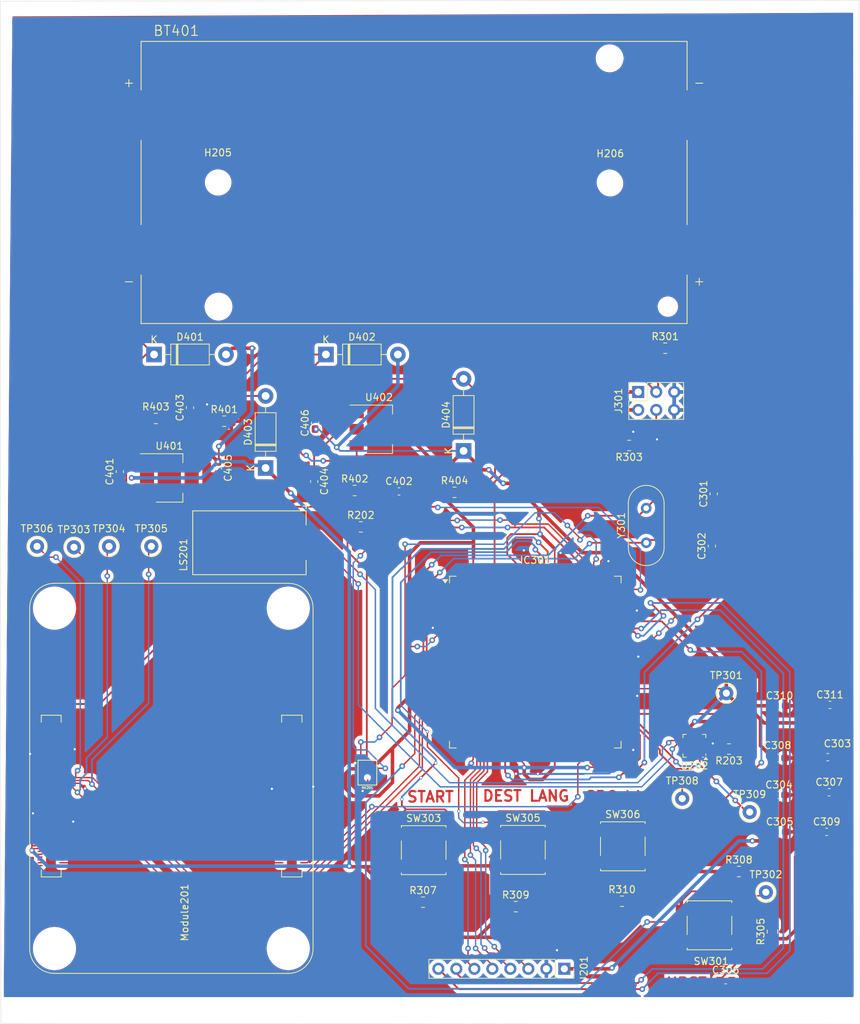
<source format=kicad_pcb>
(kicad_pcb (version 20241229) (generator "pcbnew") (generator_version "9.0")
  (layers (0 "F.Cu" signal) (2 "B.Cu" signal) (13 "F.Paste" user) (15 "B.Paste" user) (5 "F.SilkS" user "F.Silkscreen") (7 "B.SilkS" user "B.Silkscreen") (1 "F.Mask" user) (3 "B.Mask" user) (25 "Edge.Cuts" user))
  (net 0 "")
  (net 1 "GND")
  (net 2 "/MCU/NRST")
  (net 3 "/PowerSS/REG_IN")
  (net 4 "Net-(D403-A)")
  (net 5 "Net-(D404-A)")
  (net 6 "+5V")
  (net 7 "+3.3V")
  (net 8 "/IO Circuits/LCD_Data{slash}Command")
  (net 9 "/IO Circuits/LCD_RST")
  (net 10 "/IO Circuits/SPI1_NSS")
  (net 11 "/IO Circuits/SPI1_MOSI")
  (net 12 "/IO Circuits/SPI_MISO")
  (net 13 "/IO Circuits/SPI1_SCK")
  (net 14 "BOOT0")
  (net 16 "/IO Circuits/MIC_I2S3_SD")
  (net 25 "/MCU/OSC_OUT")
  (net 26 "/MCU/OSC_IN")
  (net 29 "/IO Circuits/MIC_I2S3_WS")
  (net 43 "/IO Circuits/MIC_I2S3_SCK")
  (net 49 "/IO Circuits/SPI4_MOSI")
  (net 85 "/IO Circuits/SPI4_CSn")
  (net 107 "BOOT1")
  (net 130 "Net-(IC301-PA11)")
  (net 135 "/IO Circuits/AMP_I2S2_WS")
  (net 136 "/IO Circuits/AMP_I2S2_CK")
  (net 139 "Net-(IC301-PD7)")
  (net 151 "/IO Circuits/AMP_I2S2_SD")
  (net 152 "Net-(BT401-PadN1)")
  (net 153 "/IO Circuits/OUTP")
  (net 154 "/IO Circuits/OUTN")
  (net 251 "/IO Circuits/SPI4_SCLK")
  (net 255 "Net-(IC301-PG9)")
  (net 283 "/IO Circuits/SPI4_MISO")
  (net 302 "Net-(U202-GAIN_SLOT)")
  (footprint "Button_Switch_SMD:SW_SPST_B3S-1000" (layer "F.Cu") (at 137.503 133.767)
    (property "Reference" "SW303")
    (property "Value" "SW_Push")
  )
  (footprint "TestPoint:TestPoint_Keystone_5000-5004_Miniature" (layer "F.Cu") (at 183.515 128.397)
    (property "Reference" "TP309")
    (property "Value" "3.3V")
  )
  (footprint "Diode_THT:D_DO-41_SOD81_P10.16mm_Horizontal" (layer "F.Cu") (at 115.189 79.883 90)
    (property "Reference" "D403")
    (property "Value" "1N4002")
  )
  (footprint "Resistor_SMD:R_0805_2012Metric_Pad1.20x1.40mm_HandSolder" (layer "F.Cu") (at 166.497 76.708 180)
    (property "Reference" "R303")
    (property "Value" "10k")
  )
  (footprint "Connector_PinSocket_2.54mm:PinSocket_1x08_P2.54mm_Vertical" (layer "F.Cu") (at 157.353 150.495 -90)
    (property "Reference" "J201")
    (property "Value" "Conn_01x08_Male")
  )
  (footprint "Capacitor_SMD:C_0603_1608Metric_Pad1.08x0.95mm_HandSolder" (layer "F.Cu") (at 94.615 80.391 90)
    (property "Reference" "C401")
    (property "Value" "0.1uF")
  )
  (footprint "Resistor_SMD:R_0805_2012Metric_Pad1.20x1.40mm_HandSolder" (layer "F.Cu") (at 181.991 136.779)
    (property "Reference" "R308")
    (property "Value" "10k")
  )
  (footprint "Button_Switch_SMD:SW_SPST_B3S-1000" (layer "F.Cu") (at 177.838 144.363 180)
    (property "Reference" "SW301")
    (property "Value" "SW_Push")
  )
  (footprint "Package_TO_SOT_SMD:SOT-223-3_TabPin2" (layer "F.Cu") (at 101.6 81.28)
    (property "Reference" "U401")
    (property "Value" "LM317_SOT-223")
  )
  (footprint "TestPoint:TestPoint_Keystone_5000-5004_Miniature" (layer "F.Cu") (at 82.931 90.932)
    (property "Reference" "TP306")
    (property "Value" "SPI4_SCLK")
  )
  (footprint "TestPoint:TestPoint_Keystone_5000-5004_Miniature" (layer "F.Cu") (at 180.213 111.633)
    (property "Reference" "TP301")
    (property "Value" "3.3V")
  )
  (footprint "CMS_16098A_SP(Speaker):CUI_CMS-16098A-SP" (layer "F.Cu") (at 112.903 90.424 90)
    (property "Reference" "LS201")
    (property "Value" "CMS-16098A-SP")
  )
  (footprint "Capacitor_SMD:C_0603_1608Metric_Pad1.08x0.95mm_HandSolder" (layer "F.Cu") (at 194.384 131.191)
    (property "Reference" "C309")
    (property "Value" "4.7u")
  )
  (footprint "Package_TO_SOT_SMD:SOT-223-3_TabPin2" (layer "F.Cu") (at 131.191 74.422)
    (property "Reference" "U402")
    (property "Value" "LM317_SOT-223")
  )
  (footprint "Capacitor_SMD:C_0603_1608Metric_Pad1.08x0.95mm_HandSolder" (layer "F.Cu") (at 194.7385 125.603)
    (property "Reference" "C307")
    (property "Value" "100n")
  )
  (footprint "Diode_THT:D_DO-41_SOD81_P10.16mm_Horizontal" (layer "F.Cu") (at 99.441 63.881)
    (property "Reference" "D401")
    (property "Value" "1N4002")
  )
  (footprint "Resistor_SMD:R_0805_2012Metric_Pad1.20x1.40mm_HandSolder" (layer "F.Cu") (at 186.728 145.252 90)
    (property "Reference" "R305")
    (property "Value" "10k")
  )
  (footprint "TestPoint:TestPoint_Keystone_5000-5004_Miniature" (layer "F.Cu") (at 88.138 91.059)
    (property "Reference" "TP303")
    (property "Value" "SPI4_CSn")
  )
  (footprint "ICS_43434(MIC):MIC_ICS-43434" (layer "F.Cu") (at 129.5544 122.839)
    (property "Reference" "MK201")
    (property "Value" "ICS-43434")
  )
  (footprint "Capacitor_SMD:C_0603_1608Metric_Pad1.08x0.95mm_HandSolder" (layer "F.Cu") (at 187.653 120.777)
    (property "Reference" "C303")
    (property "Value" "100n")
  )
  (footprint "Capacitor_SMD:C_0603_1608Metric_Pad1.08x0.95mm_HandSolder" (layer "F.Cu") (at 122.047 81.788 -90)
    (property "Reference" "C404")
    (property "Value" "10u")
  )
  (footprint "Capacitor_SMD:C_0603_1608Metric_Pad1.08x0.95mm_HandSolder" (layer "F.Cu") (at 104.521 71.374 90)
    (property "Reference" "C403")
    (property "Value" "10u")
  )
  (footprint "Diode_THT:D_DO-41_SOD81_P10.16mm_Horizontal" (layer "F.Cu") (at 143.129 77.47 90)
    (property "Reference" "D404")
    (property "Value" "1N4002")
  )
  (footprint "Capacitor_SMD:C_0603_1608Metric_Pad1.08x0.95mm_HandSolder" (layer "F.Cu") (at 178.435 83.529 90)
    (property "Reference" "C301")
    (property "Value" "20p")
  )
  (footprint "Capacitor_SMD:C_0603_1608Metric_Pad1.08x0.95mm_HandSolder" (layer "F.Cu") (at 178.181 90.895 90)
    (property "Reference" "C302")
    (property "Value" "20p")
  )
  (footprint "Capacitor_SMD:C_0603_1608Metric_Pad1.08x0.95mm_HandSolder" (layer "F.Cu") (at 134.0115 83.185)
    (property "Reference" "C402")
    (property "Value" "0.1uF")
  )
  (footprint "Resistor_SMD:R_0805_2012Metric_Pad1.20x1.40mm_HandSolder" (layer "F.Cu") (at 137.414 141.097)
    (property "Reference" "R307")
    (property "Value" "10k")
  )
  (footprint "Button_Switch_SMD:SW_SPST_B3S-1000" (layer "F.Cu") (at 165.608 133.223)
    (property "Reference" "SW306")
    (property "Value" "SW_Push")
  )
  (footprint "TestPoint:TestPoint_Keystone_5000-5004_Miniature" (layer "F.Cu") (at 99.06 90.932)
    (property "Reference" "TP305")
    (property "Value" "SPI4_MISO")
  )
  (footprint "TestPoint:TestPoint_Keystone_5000-5004_Miniature" (layer "F.Cu") (at 173.99 126.492)
    (property "Reference" "TP308")
    (property "Value" "I2S_CLK")
  )
  (footprint "Capacitor_SMD:C_0603_1608Metric_Pad1.08x0.95mm_HandSolder" (layer "F.Cu") (at 194.8445 113.284)
    (property "Reference" "C311")
    (property "Value" "1u")
  )
  (footprint "TestPoint:TestPoint_Keystone_5000-5004_Miniature" (layer "F.Cu") (at 185.801 139.7)
    (property "Reference" "TP302")
    (property "Value" "5V")
  )
  (footprint "CM5IO:Raspberry-Pi-5-Compute-Module" (layer "F.Cu") (at 85.388 147.64)
    (property "Reference" "Module201")
    (property "Value" "ComputeModule5-CM5")
  )
  (footprint "Capacitor_SMD:C_0603_1608Metric_Pad1.08x0.95mm_HandSolder" (layer "F.Cu") (at 187.7325 113.411)
    (property "Reference" "C310")
    (property "Value" "10n")
  )
  (footprint "Button_Switch_SMD:SW_SPST_B3S-1000" (layer "F.Cu") (at 151.511 133.731)
    (property "Reference" "SW305")
    (property "Value" "SW_Push")
  )
  (footprint "Resistor_SMD:R_0805_2012Metric_Pad1.20x1.40mm_HandSolder" (layer "F.Cu") (at 180.594 119.507 180)
    (property "Reference" "R203")
    (property "Value" "100k")
  )
  (footprint "Connector_PinSocket_2.54mm:PinSocket_2x03_P2.54mm_Vertical" (layer "F.Cu") (at 167.782 69.158 90)
    (property "Reference" "J301")
    (property "Value" "Conn_02x03_Odd_Even")
  )
  (footprint "Capacitor_SMD:C_0603_1608Metric_Pad1.08x0.95mm_HandSolder" (layer "F.Cu") (at 187.653 125.984)
    (property "Reference" "C304")
    (property "Value" "100n")
  )
  (footprint "Crystal:Crystal_HC49-U_Vertical" (layer "F.Cu") (at 168.91 90.424 90)
    (property "Reference" "Y301")
    (property "Value" "Crystal")
  )
  (footprint "Resistor_SMD:R_0805_2012Metric_Pad1.20x1.40mm_HandSolder" (layer "F.Cu") (at 109.347 73.279)
    (property "Reference" "R401")
    (property "Value" "1k")
  )
  (footprint "Resistor_SMD:R_0805_2012Metric_Pad1.20x1.40mm_HandSolder" (layer "F.Cu") (at 128.6256 88.1888)
    (property "Reference" "R202")
    (property "Value" "100k")
  )
  (footprint "Package_DFN_QFN:TQFN-16-1EP_3x3mm_P0.5mm_EP1.23x1.23mm" (layer "F.Cu") (at 175.712 119.055 180)
    (property "Reference" "U202")
    (property "Value" "MAX98357AETE_T")
  )
  (footprint "Package_QFP:LQFP-176_24x24mm_P0.5mm" (layer "F.Cu") (at 153.252 107.248)
    (property "Reference" "IC301")
    (property "Value" "STM32F407IET6")
  )
  (footprint "Resistor_SMD:R_0805_2012Metric_Pad1.20x1.40mm_HandSolder" (layer "F.Cu") (at 165.497 140.97)
    (property "Reference" "R310")
    (property "Value" "10k")
  )
  (footprint "Resistor_SMD:R_0805_2012Metric_Pad1.20x1.40mm_HandSolder" (layer "F.Cu") (at 150.495 141.732)
    (property "Reference" "R309")
    (property "Value" "10k")
  )
  (footprint "Resistor_SMD:R_0805_2012Metric_Pad1.20x1.40mm_HandSolder" (layer "F.Cu") (at 99.695 72.898)
    (property "Reference" "R403")
    (property "Value" "330")
  )
  (footprint "MountingHole:MountingHole_3.2mm_M3" (layer "F.Cu") (at 163.83 39.751)
    (property "Reference" "H206")
    (property "Value" "MountingHole")
  )
  (footprint "TestPoint:TestPoint_Keystone_5000-5004_Miniature" (layer "F.Cu") (at 93.091 90.932)
    (property "Reference" "TP304")
    (property "Value" "SPI4_MOSI")
  )
  (footprint "Diode_THT:D_DO-41_SOD81_P10.16mm_Horizontal" (layer "F.Cu") (at 123.698 63.881)
    (property "Reference" "D402")
    (property "Value" "1N4002")
  )
  (footprint "Resistor_SMD:R_0805_2012Metric_Pad1.20x1.40mm_HandSolder" (layer "F.Cu") (at 171.593 62.992)
    (property "Reference" "R301")
    (property "Value" "10k")
  )
  (footprint "Capacitor_SMD:C_0603_1608Metric_Pad1.08x0.95mm_HandSolder" (layer "F.Cu") (at 180.124 152.11)
    (property "Reference" "C306")
    (property "Value" "1u")
  )
  (footprint "Capacitor_SMD:C_0603_1608Metric_Pad1.08x0.95mm_HandSolder" (layer "F.Cu") (at 187.7535 131.191)
    (property "Reference" "C305")
    (property "Value" "100n")
  )
  (footprint "Capacitor_SMD:C_0603_1608Metric_Pad1.08x0.95mm_HandSolder" (layer "F.Cu") (at 122.174 73.533 90)
    (property "Reference" "C406")
    (property "Value" "1uF")
  )
  (footprint "Capacitor_SMD:C_0603_1608Metric_Pad1.08x0.95mm_HandSolder" (layer "F.Cu") (at 194.5375 120.65)
    (property "Reference" "C308")
    (property "Value" "100n")
  )
  (footprint "1048P(16850 Dual Bat Holder:BAT_1048P" (layer "F.Cu") (at 136.144 39.624)
    (property "Reference" "BT401")
    (property "Value" "1048P")
  )
  (footprint "Resistor_SMD:R_0805_2012Metric_Pad1.20x1.40mm_HandSolder" (layer "F.Cu") (at 141.859 83.312)
    (property "Reference" "R404")
    (property "Value" "330")
  )
  (footprint "Capacitor_SMD:C_0603_1608Metric_Pad1.08x0.95mm_HandSolder" (layer "F.Cu") (at 108.458 79.883 -90)
    (property "Reference" "C405")
    (property "Value" "1uF")
  )
  (footprint "Resistor_SMD:R_0805_2012Metric_Pad1.20x1.40mm_HandSolder" (layer "F.Cu") (at 127.762 83.058)
    (property "Reference" "R402")
    (property "Value" "542")
  )
  (footprint "MountingHole:MountingHole_3.2mm_M3" (layer "F.Cu") (at 108.458 39.624)
    (property "Reference" "H205")
    (property "Value" "MountingHole")
  )
  (gr_line (start 77.724 14.0716) (end 77.8256 158.1912) (stroke (width 0.05)) (layer "Edge.Cuts"))
  (gr_line (start 198.9328 13.9192) (end 199.0852 158.2928) (stroke (width 0.05)) (layer "Edge.Cuts"))
  (gr_line (start 199.0852 158.2928) (end 77.8256 158.1912) (stroke (width 0.05)) (layer "Edge.Cuts"))
  (gr_line (start 198.9328 13.9192) (end 77.724 14.0716) (stroke (width 0.05)) (layer "Edge.Cuts"))
  (gr_text "CM5_SCLK\n\n" (at 80.645 87.63 0) (layer "F.Cu") (effects (font (size 0.5 0.5) (thickness 0.125) (bold yes)) (justify left bottom)))
  (gr_text "DEST LANG\n" (at 145.669 127 0) (layer "F.Cu") (effects (font (size 1.5 1.5) (thickness 0.3) (bold yes)) (justify left bottom)))
  (gr_text "SRC LANG\n" (at 160.147 127.127 0) (layer "F.Cu") (effects (font (size 1.5 1.5) (thickness 0.3) (bold yes)) (justify left bottom)))
  (gr_text "NRST\n" (at 171.577 153.416 0) (layer "F.Cu") (effects (font (size 1.5 1.5) (thickness 0.3) (bold yes)) (justify left bottom)))
  (gr_text "CM5_CSn\n\n\n" (at 86.233 88.265 0) (layer "F.Cu") (effects (font (size 0.5 0.5) (thickness 0.125) (bold yes)) (justify left bottom)))
  (gr_text "AMP_WS\n" (at 171.958 129.032 0) (layer "F.Cu") (effects (font (size 0.75 0.75) (thickness 0.1875) (bold yes)) (justify left bottom)))
  (gr_text "AMP_CLK\n\n" (at 178.435 132.08 0) (layer "F.Cu") (effects (font (size 0.75 0.75) (thickness 0.1875) (bold yes)) (justify left bottom)))
  (gr_text "CM5_MOSI\n\n" (at 91.567 87.63 0) (layer "F.Cu") (effects (font (size 0.5 0.5) (thickness 0.125) (bold yes)) (justify left bottom)))
  (gr_text "CM5_MISO\n\n" (at 97.028 87.63 0) (layer "F.Cu") (effects (font (size 0.5 0.5) (thickness 0.125) (bold yes)) (justify left bottom)))
  (gr_text "3.3V \n" (at 181.61 110.998 0) (layer "F.Cu") (effects (font (size 0.75 0.75) (thickness 0.1875) (bold yes)) (justify left bottom)))
  (gr_text "START\n" (at 135.001 127.127 0) (layer "F.Cu") (effects (font (size 1.5 1.5) (thickness 0.3) (bold yes)) (justify left bottom)))
  (segment (start 116.078 131.3688) (end 116.078 132.6388) (width 0.2) (layer "F.Cu") (net 1))
  (segment (start 82.804 126.74) (end 82.7084 126.74) (width 0.2) (layer "F.Cu") (net 1))
  (segment (start 117.348 134.34) (end 116.6616 134.34) (width 0.2) (layer "F.Cu") (net 1))
  (segment (start 82.5612 117.54) (end 81.9404 118.1608) (width 0.2) (layer "F.Cu") (net 1))
  (segment (start 116.078 129.9464) (end 116.078 131.3688) (width 0.2) (layer "F.Cu") (net 1))
  (segment (start 121.0756 130.74) (end 121.92 129.8956) (width 0.2) (layer "F.Cu") (net 1))
  (segment (start 129.5908 124.714) (end 128.8796 125.4252) (width 0.2) (layer "F.Cu") (net 1))
  (segment (start 121.2856 134.34) (end 121.92 133.7056) (width 0.2) (layer "F.Cu") (net 1))
  (segment (start 116.6864 119.94) (end 116.078 120.5484) (width 0.2) (layer "F.Cu") (net 1))
  (segment (start 116.078 126.5428) (end 116.078 127.7112) (width 0.2) (layer "F.Cu") (net 1))
  (segment (start 151.502 91.6268) (end 151.638 91.4908) (width 0.25) (layer "F.Cu") (net 1))
  (segment (start 129.5908 123.4948) (end 129.5908 124.714) (width 0.2) (layer "F.Cu") (net 1))
  (segment (start 82.296 130.1496) (end 82.296 128.5748) (width 0.2) (layer "F.Cu") (net 1))
  (segment (start 116.6492 131.94) (end 116.078 131.3688) (width 0.2) (layer "F.Cu") (net 1))
  (segment (start 156.502 92.164) (end 156.8196 91.8464) (width 0.25) (layer "F.Cu") (net 1))
  (segment (start 83.348 130.34) (end 82.4864 130.34) (width 0.2) (layer "F.Cu") (net 1))
  (segment (start 88.9832 124.34) (end 89.7128 125.0696) (width 0.2) (layer "F.Cu") (net 1))
  (segment (start 87.384 116.34) (end 88.2396 117.1956) (width 0.2) (layer "F.Cu") (net 1))
  (segment (start 117.348 129.54) (end 116.84 129.54) (width 0.2) (layer "F.Cu") (net 1))
  (segment (start 120.428 127.14) (end 121.3228 127.14) (width 0.2) (layer "F.Cu") (net 1))
  (segment (start 82.6964 126.74) (end 82.804 126.74) (width 0.2) (layer "F.Cu") (net 1))
  (segment (start 167.1804 117.498) (end 167.4876 117.8052) (width 0.25) (layer "F.Cu") (net 1))
  (segment (start 121.92 120.4976) (end 121.92 121.666) (width 0.2) (layer "F.Cu") (net 1))
  (segment (start 120.428 133.14) (end 121.2664 133.14) (width 0.2) (layer "F.Cu") (net 1))
  (segment (start 88.0364 129.54) (end 88.0364 129.7432) (width 0.2) (layer "F.Cu") (net 1))
  (segment (start 163.002 94.573) (end 163.002 93.5888) (width 0.25) (layer "F.Cu") (net 1))
  (segment (start 116.8072 121.14) (end 116.078 121.8692) (width 0.2) (layer "F.Cu") (net 1))
  (segment (start 121.92 126.5428) (end 121.92 127.4572) (width 0.2) (layer "F.Cu") (net 1))
  (segment (start 120.428 130.74) (end 121.0756 130.74) (width 0.2) (layer "F.Cu") (net 1))
  (segment (start 104.521 70.5115) (end 106.5287 70.5115) (width 0.25) (layer "F.Cu") (net 1))
  (segment (start 156.502 94.573) (end 156.502 92.164) (width 0.25) (layer "F.Cu") (net 1))
  (segment (start 121.92 132.4864) (end 121.92 133.7056) (width 0.2) (layer "F.Cu") (net 1))
  (segment (start 139.3708 102.998) (end 138.7856 102.4128) (width 0.25) (layer "F.Cu") (net 1))
  (segment (start 87.6504 118.74) (end 88.2396 119.3292) (width 0.2) (layer "F.Cu") (net 1))
  (segment (start 121.92 121.666) (end 121.92 123.19) (width 0.2) (layer "F.Cu") (net 1))
  (segment (start 167.4876 117.8052) (end 167.4876 119.2276) (width 0.25) (layer "F.Cu") (net 1))
  (segment (start 82.296 128.1684) (end 82.296 128.524) (width 0.2) (layer "F.Cu") (net 1))
  (segment (start 167.4876 119.2276) (end 167.0812 119.634) (width 0.25) (layer "F.Cu") (net 1))
  (segment (start 81.9404 122.2756) (end 82.4048 122.74) (width 0.2) (layer "F.Cu") (net 1))
  (segment (start 116.078 135.128) (end 116.49 135.54) (width 0.2) (layer "F.Cu") (net 1))
  (segment (start 86.428 129.14) (end 87.6364 129.14) (width 0.2) (layer "F.Cu") (net 1))
  (segment (start 177.1495 118.805) (end 178.2226 118.805) (width 0.2) (layer "F.Cu") (net 1))
  (segment (start 120.428 117.54) (end 121.1468 117.54) (width 0.2) (layer "F.Cu") (net 1))
  (segment (start 116.5724 122.34) (end 116.078 122.8344) (width 0.2) (layer "F.Cu") (net 1))
  (segment (start 121.3228 127.14) (end 121.92 126.5428) (width 0.2) (layer "F.Cu") (net 1))
  (segment (start 88.0364 128.1684) (end 88.0364 129.54) (width 0.2) (layer "F.Cu") (net 1))
  (segment (start 83.348 124.74) (end 82.7272 124.74) (width 0.2) (layer "F.Cu") (net 1))
  (segment (start 120.428 131.94) (end 121.044 131.94) (width 0.2) (layer "F.Cu") (net 1))
  (segment (start 81.9404 119.2784) (end 81.9404 120.1928) (width 0.2) (layer "F.Cu") (net 1))
  (segment (start 120.428 125.94) (end 121.6084 125.94) (width 0.2) (layer "F.Cu") (net 1))
  (segment (start 88.2396 117.1956) (end 88.2396 118.364) (width 0.2) (layer "F.Cu") (net 1))
  (segment (start 116.078 124.206) (end 116.078 125.1204) (width 0.2) (layer "F.Cu") (net 1))
  (segment (start 82.296 127.1524) (end 82.296 128.1684) (width 0.2) (layer "F.Cu") (net 1))
  (segment (start 177.1495 118.805) (end 175.962 118.805) (width 0.2) (layer "F.Cu") (net 1))
  (segment (start 167.124 111.498) (end 167.5892 111.9632) (width 0.25) (layer "F.Cu") (net 1))
  (segment (start 116.078 128.778) (end 116.078 129.9464) (width 0.2) (layer "F.Cu") (net 1))
  (segment (start 82.7084 126.74) (end 82.296 127.1524) (width 0.2) (layer "F.Cu") (net 1))
  (segment (start 117.348 117.54) (end 116.7496 117.54) (width 0.2) (layer "F.Cu") (net 1))
  (segment (start 116.078 122.8344) (end 116.078 124.206) (width 0.2) (layer "F.Cu") (net 1))
  (segment (start 167.0812 74.7776) (end 165.497 76.3618) (width 0.2) (layer "F.Cu") (net 1))
  (segment (start 82.4048 122.74) (end 83.348 122.74) (width 0.2) (layer "F.Cu") (net 1))
  (segment (start 117.348 130.74) (end 116.8716 130.74) (width 0.2) (layer "F.Cu") (net 1))
  (segment (start 86.428 126.34) (end 87.2748 126.34) (width 0.2) (layer "F.Cu") (net 1))
  (segment (start 117.348 128.34) (end 116.7068 128.34) (width 0.2) (layer "F.Cu") (net 1))
  (segment (start 88.0364 129.7432) (end 88.0364 131.2672) (width 0.2) (layer "F.Cu") (net 1))
  (segment (start 116.7068 128.34) (end 116.078 127.7112) (width 0.2) (layer "F.Cu") (net 1))
  (segment (start 88.2396 119.5324) (end 88.2396 119.8372) (width 0.2) (layer "F.Cu") (net 1))
  (segment (start 120.428 134.34) (end 121.2856 134.34) (width 0.2) (layer "F.Cu") (net 1))
  (segment (start 116.5792 133.14) (end 116.078 132.6388) (width 0.2) (layer "F.Cu") (net 1))
  (segment (start 82.4864 130.34) (end 82.296 130.1496) (width 0.2) (layer "F.Cu") (net 1))
  (segment (start 121.92 123.19) (end 121.92 123.8504) (width 0.2) (layer "F.Cu") (net 1))
  (segment (start 154.813 150.495) (end 154.813 149.3774) (width 0.25) (layer "F.Cu") (net 1))
  (segment (start 121.0508 135.54) (end 120.428 135.54) (width 0.2) (layer "F.Cu") (net 1))
  (segment (start 88.2396 119.8372) (end 88.2396 121.5644) (width 0.2) (layer "F.Cu") (net 1))
  (segment (start 116.84 129.54) (end 116.078 128.778) (width 0.2) (layer "F.Cu") (net 1))
  (segment (start 121.07 122.34) (end 121.92 123.19) (width 0.2) (layer "F.Cu") (net 1))
  (segment (start 120.428 122.34) (end 121.07 122.34) (width 0.2) (layer "F.Cu") (net 1))
  (segment (start 175.962 120.4925) (end 175.962 119.305) (width 0.2) (layer "F.Cu") (net 1))
  (segment (start 174.2745 119.305) (end 175.462 119.305) (width 0.2) (layer "F.Cu") (net 1))
  (segment (start 82.7272 124.74) (end 82.3468 125.1204) (width 0.2) (layer "F.Cu") (net 1))
  (segment (start 83.348 118.74) (end 82.4788 118.74) (width 0.2) (layer "F.Cu") (net 1))
  (segment (start 116.078 120.5484) (end 116.078 121.8692) (width 0.2) (layer "F.Cu") (net 1))
  (segment (start 165.927 117.498) (end 167.1804 117.498) (width 0.25) (layer "F.Cu") (net 1))
  (segment (start 121.92 127.4572) (end 121.92 128.5748) (width 0.2) (layer "F.Cu") (net 1))
  (segment (start 116.6616 134.34) (end 116.078 133.7564) (width 0.2) (layer "F.Cu") (net 1))
  (segment (start 121.394 121.14) (end 121.92 121.666) (width 0.2) (layer "F.Cu") (net 1))
  (segment (start 121.0372 128.34) (end 121.92 127.4572) (width 0.2) (layer "F.Cu") (net 1))
  (segment (start 121.92 133.7056) (end 121.92 134.6708) (width 0.2) (layer "F.Cu") (net 1))
  (segment (start 116.49 135.54) (end 117.348 135.54) (width 0.2) (layer "F.Cu") (net 1))
  (segment (start 88.0364 127.1016) (end 88.0364 128.1684) (width 0.2) (layer "F.Cu") (net 1))
  (segment (start 81.9404 118.1608) (end 81.9404 119.2784) (width 0.2) (layer "F.Cu") (net 1))
  (segment (start 121.6084 125.94) (end 121.92 125.6284) (width 0.2) (layer "F.Cu") (net 1))
  (segment (start 151.502 94.573) (end 151.502 91.6268) (width 0.25) (layer "F.Cu") (net 1))
  (segment (start 82.3468 125.1204) (end 82.3468 126.3904) (width 0.2) (layer "F.Cu") (net 1))
  (segment (start 121.92 124.8156) (end 121.92 125.0188) (width 0.2) (layer "F.Cu") (net 1))
  (segment (start 116.078 132.6388) (end 116.078 133.7564) (width 0.2) (layer "F.Cu") (net 1))
  (segment (start 86.428 127.94) (end 87.808 127.94) (width 0.2) (layer "F.Cu") (net 1))
  (segment (start 87.7368 120.34) (end 88.2396 119.8372) (width 0.2) (layer "F.Cu") (net 1))
  (segment (start 121.6096 123.54) (end 121.92 123.8504) (width 0.2) (layer "F.Cu") (net 1))
  (segment (start 165.927 111.498) (end 167.124 111.498) (width 0.25) (layer "F.Cu") (net 1))
  (segment (start 116.078 119.4308) (end 116.078 120.5484) (width 0.2) (layer "F.Cu") (net 1))
  (segment (start 116.078 125.1204) (end 116.078 126.5428) (width 0.2) (layer "F.Cu") (net 1))
  (segment (start 150.502 122.9036) (end 150.4696 122.936) (width 0.25) (layer "F.Cu") (net 1))
  (segment (start 117.348 131.94) (end 116.6492 131.94) (width 0.2) (layer "F.Cu") (net 1))
  (segment (start 117.348 122.34) (end 116.5724 122.34) (width 0.2) (layer "F.Cu") (net 1))
  (segment (start 87.2748 126.34) (end 88.0364 127.1016) (width 0.2) (layer "F.Cu") (net 1))
  (segment (start 116.078 127.7112) (end 116.078 128.778) (width 0.2) (layer "F.Cu") (net 1))
  (segment (start 117.348 121.14) (end 116.8072 121.14) (width 0.2) (layer "F.Cu") (net 1))
  (segment (start 121.2664 133.14) (end 121.92 132.4864) (width 0.2) (layer "F.Cu") (net 1))
  (segment (start 163.002 93.5888) (end 163.576 93.0148) (width 0.25) (layer "F.Cu") (net 1))
  (segment (start 121.28 118.74) (end 121.92 119.38) (width 0.2) (layer "F.Cu") (net 1))
  (segment (start 117.348 123.54) (end 116.744 123.54) (width 0.2) (layer "F.Cu") (net 1))
  (segment (start 116.744 123.54) (end 116.078 124.206) (width 0.2) (layer "F.Cu") (net 1))
  (segment (start 121.92 125.6284) (end 121.92 126.5428) (width 0.2) (layer "F.Cu") (net 1))
  (segment (start 87.464 122.34) (end 86.428 122.34) (width 0.2) (layer "F.Cu") (net 1))
  (segment (start 121.92 129.8956) (end 121.92 131.064) (width 0.2) (layer "F.Cu") (net 1))
  (segment (start 82.804 126.74) (end 83.348 126.74) (width 0.2) (layer "F.Cu") (net 1))
  (segment (start 120.428 129.54) (end 120.9548 129.54) (width 0.2) (layer "F.Cu") (net 1))
  (segment (start 82.3468 126.3904) (end 82.6964 126.74) (width 0.2) (layer "F.Cu") (net 1))
  (segment (start 172.862 71.698) (end 172.862 73.4164) (width 0.2) (layer "F.Cu") (net 1))
  (segment (start 120.9548 129.54) (end 121.92 128.5748) (width 0.2) (layer "F.Cu") (net 1))
  (segment (start 87.5228 135.54) (end 86.428 135.54) (width 0.2) (layer "F.Cu") (net 1))
  (segment (start 82.296 128.524) (end 82.296 128.5748) (width 0.2) (layer "F.Cu") (net 1))
  (segment (start 121.3624 119.94) (end 121.92 120.4976) (width 0.2) (layer "F.Cu") (net 1))
  (segment (start 121.92 123.8504) (end 121.92 124.8156) (width 0.2) (layer "F.Cu") (net 1))
  (segment (start 86.428 130.74) (end 87.5092 130.74) (width 0.2) (layer "F.Cu") (net 1))
  (segment (start 88.0364 131.2672) (end 88.0364 135.0264) (width 0.2) (layer "F.Cu") (net 1))
  (segment (start 83.348 120.74) (end 82.4876 120.74) (width 0.2) (layer "F.Cu") (net 1))
  (segment (start 121.1468 117.54) (end 121.92 118.3132) (width 0.2) (layer "F.Cu") (net 1))
  (segment (start 165.927 99.498) (end 167.1128 99.498) (width 0.25) (layer "F.Cu") (net 1))
  (segment (start 165.497 76.3618) (end 165.497 76.708) (width 0.2) (layer "F.Cu") (net 1))
  (segment (start 116.6752 127.14) (end 116.078 126.5428) (width 0.2) (layer "F.Cu") (net 1))
  (segment (start 172.862 73.4164) (end 170.434 75.8444) (width 0.2) (layer "F.Cu") (net 1))
  (segment (start 86.428 124.34) (end 88.9832 124.34) (width 0.2) (layer "F.Cu") (net 1))
  (segment (start 155.502 121.0532) (end 153.5684 122.9868) (width 0.25) (layer "F.Cu") (net 1))
  (segment (start 83.348 117.54) (end 82.5612 117.54) (width 0.2) (layer "F.Cu") (net 1))
  (segment (start 150.502 119.923) (end 150.502 122.9036) (width 0.25) (layer "F.Cu") (net 1))
  (segment (start 82.4876 120.74) (end 81.9404 120.1928) (width 0.2) (layer "F.Cu") (net 1))
  (segment (start 167.3136 105.998) (end 167.6908 106.3752) (width 0.25) (layer "F.Cu") (net 1))
  (segment (start 88.0364 135.0264) (end 87.5228 135.54) (width 0.2) (layer "F.Cu") (net 1))
  (segment (start 83.348 127.94) (end 82.5244 127.94) (width 0.2) (layer "F.Cu") (net 1))
  (segment (start 82.5244 127.94) (end 82.296 128.1684) (width 0.2) (layer "F.Cu") (net 1))
  (segment (start 86.428 117.54) (end 87.4156 117.54) (width 0.2) (layer "F.Cu") (net 1))
  (segment (start 87.4156 117.54) (end 88.2396 118.364) (width 0.2) (layer "F.Cu") (net 1))
  (segment (start 175.462 119.305) (end 175.712 119.055) (width 0.2) (layer "F.Cu") (net 1))
  (segment (start 181.88 119.38) (end 181.805 119.305) (width 0.25) (layer "F.Cu") (net 1))
  (segment (start 175.962 119.305) (end 175.712 119.055) (width 0.2) (layer "F.Cu") (net 1))
  (segment (start 116.7688 118.74) (end 116.078 119.4308) (width 0.2) (layer "F.Cu") (net 1))
  (segment (start 87.6364 129.14) (end 88.0364 129.54) (width 0.2) (layer "F.Cu") (net 1))
  (segment (start 117.348 127.14) (end 116.6752 127.14) (width 0.2) (layer "F.Cu") (net 1))
  (segment (start 86.428 120.34) (end 87.7368 120.34) (width 0.2) (layer "F.Cu") (net 1))
  (segment (start 120.428 124.74) (end 121.6412 124.74) (width 0.2) (layer "F.Cu") (net 1))
  (segment (start 81.9404 120.1928) (end 81.9404 122.2756) (width 0.2) (layer "F.Cu") (net 1))
  (segment (start 83.348 116.34) (end 82.1864 116.34) (width 0.2) (layer "F.Cu") (net 1))
  (segment (start 82.1864 116.34) (end 81.9404 116.586) (width 0.2) (layer "F.Cu") (net 1))
  (segment (start 82.4788 118.74) (end 81.9404 119.2784) (width 0.2) (layer "F.Cu") (net 1))
  (segment (start 87.5092 130.74) (end 88.0364 131.2672) (width 0.2) (layer "F.Cu") (net 1))
  (segment (start 175.962 118.805) (end 175.712 119.055) (width 0.2) (layer "F.Cu") (net 1))
  (segment (start 120.428 118.74) (end 121.28 118.74) (width 0.2) (layer "F.Cu") (net 1))
  (segment (start 117.348 119.94) (end 116.6864 119.94) (width 0.2) (layer "F.Cu") (net 1))
  (segment (start 120.428 119.94) (end 121.3624 119.94) (width 0.2) (layer "F.Cu") (net 1))
  (segment (start 121.92 134.6708) (end 121.0508 135.54) (width 0.2) (layer "F.Cu") (net 1))
  (segment (start 116.078 118.2116) (end 116.078 119.4308) (width 0.2) (layer "F.Cu") (net 1))
  (segment (start 86.428 116.34) (end 87.384 116.34) (width 0.2) (layer "F.Cu") (net 1))
  (segment (start 121.92 125.0188) (end 121.92 125.6284) (width 0.2) (layer "F.Cu") (net 1))
  (segment (start 117.348 133.14) (end 116.5792 133.14) (width 0.2) (layer "F.Cu") (net 1))
  (segment (start 116.078 133.7564) (end 116.078 135.128) (width 0.2) (layer "F.Cu") (net 1))
  (segment (start 140.577 102.998) (end 139.3708 102.998) (width 0.25) (layer "F.Cu") (net 1))
  (segment (start 88.2396 121.5644) (end 87.464 122.34) (width 0.2) (layer "F.Cu") (net 1))
  (segment (start 82.8612 129.14) (end 82.296 128.5748) (width 0.2) (layer "F.Cu") (net 1))
  (segment (start 121.044 131.94) (end 121.92 131.064) (width 0.2) (layer "F.Cu") (net 1))
  (segment (start 86.428 118.74) (end 87.6504 118.74) (width 0.2) (layer "F.Cu") (net 1))
  (segment (start 87.808 127.94) (end 88.0364 128.1684) (width 0.2) (layer "F.Cu") (net 1))
  (segment (start 117.348 118.74) (end 116.7688 118.74) (width 0.2) (layer "F.Cu") (net 1))
  (segment (start 116.7496 117.54) (end 116.078 118.2116) (width 0.2) (layer "F.Cu") (net 1))
  (segment (start 167.1128 99.498) (end 167.5892 99.9744) (width 0.25) (layer "F.Cu") (net 1))
  (segment (start 81.9404 116.586) (end 81.9404 118.1608) (width 0.2) (layer "F.Cu") (net 1))
  (segment (start 116.8716 130.74) (end 116.078 129.9464) (width 0.2) (layer "F.Cu") (net 1))
  (segment (start 121.92 119.38) (end 121.92 120.4976) (width 0.2) (layer "F.Cu") (net 1))
  (segment (start 121.92 128.5748) (end 121.92 129.8956) (width 0.2) (layer "F.Cu") (net 1))
  (segment (start 88.2396 118.364) (end 88.2396 119.3292) (width 0.2) (layer "F.Cu") (net 1))
  (segment (start 120.428 123.54) (end 121.6096 123.54) (width 0.2) (layer "F.Cu") (net 1))
  (segment (start 116.078 121.8692) (end 116.078 122.8344) (width 0.2) (layer "F.Cu") (net 1))
  (segment (start 120.428 128.34) (end 121.0372 128.34) (width 0.2) (layer "F.Cu") (net 1))
  (segment (start 106.5287 70.5115) (end 106.934 70.9168) (width 0.25) (layer "F.Cu") (net 1))
  (segment (start 121.6412 124.74) (end 121.92 125.0188) (width 0.2) (layer "F.Cu") (net 1))
  (segment (start 178.2226 118.805) (end 178.308 118.7196) (width 0.2) (layer "F.Cu") (net 1))
  (segment (start 120.428 121.14) (end 121.394 121.14) (width 0.2) (layer "F.Cu") (net 1))
  (segment (start 88.2396 119.3292) (end 88.2396 119.5324) (width 0.2) (layer "F.Cu") (net 1))
  (segment (start 165.927 105.998) (end 167.3136 105.998) (width 0.25) (layer "F.Cu") (net 1))
  (segment (start 155.502 119.923) (end 155.502 121.0532) (width 0.25) (layer "F.Cu") (net 1))
  (segment (start 121.92 118.3132) (end 121.92 119.38) (width 0.2) (layer "F.Cu") (net 1))
  (segment (start 154.813 149.3774) (end 156.3116 147.8788) (width 0.25) (layer "F.Cu") (net 1))
  (segment (start 83.348 129.14) (end 82.8612 129.14) (width 0.2) (layer "F.Cu") (net 1))
  (segment (start 121.92 131.064) (end 121.92 132.4864) (width 0.2) (layer "F.Cu") (net 1))
  (via (at 167.7924 106.4768) (size 0.45) (drill 0.3048) (layers "F.Cu" "B.Cu") (net 1))
  (via (at 167.0812 119.634) (size 0.45) (drill 0.3048) (layers "F.Cu" "B.Cu") (net 1))
  (via (at 106.934 70.9168) (size 0.45) (drill 0.3048) (layers "F.Cu" "B.Cu") (net 1))
  (via (at 151.638 91.4908) (size 0.45) (drill 0.3048) (layers "F.Cu" "B.Cu") (net 1))
  (via (at 121.92 124.8156) (size 0.45) (drill 0.3048) (layers "F.Cu" "B.Cu") (net 1))
  (via (at 138.7856 102.4128) (size 0.45) (drill 0.3048) (layers "F.Cu" "B.Cu") (net 1))
  (via (at 170.434 75.8444) (size 0.45) (drill 0.3048) (layers "F.Cu" "B.Cu") (net 1))
  (via (at 156.3116 147.8788) (size 0.45) (drill 0.3048) (layers "F.Cu" "B.Cu") (net 1))
  (via (at 82.3468 128.5748) (size 0.45) (drill 0.3048) (layers "F.Cu" "B.Cu") (net 1))
  (via (at 150.5204 122.9868) (size 0.45) (drill 0.3048) (layers "F.Cu" "B.Cu") (net 1))
  (via (at 167.5892 99.9744) (size 0.45) (drill 0.3048) (layers "F.Cu" "B.Cu") (net 1))
  (via (at 167.0812 74.7776) (size 0.45) (drill 0.3048) (layers "F.Cu" "B.Cu") (net 1))
  (via (at 163.576 93.0148) (size 0.45) (drill 0.3048) (layers "F.Cu" "B.Cu") (net 1))
  (via (at 81.9404 120.1928) (size 0.45) (drill 0.3048) (layers "F.Cu" "B.Cu") (net 1))
  (via (at 88.0364 129.7432) (size 0.45) (drill 0.3048) (layers "F.Cu" "B.Cu") (net 1))
  (via (at 116.078 125.1204) (size 0.45) (drill 0.3048) (layers "F.Cu" "B.Cu") (net 1))
  (via (at 167.64 112.014) (size 0.45) (drill 0.3048) (layers "F.Cu" "B.Cu") (net 1))
  (via (at 128.8796 125.4252) (size 0.45) (drill 0.3048) (layers "F.Cu" "B.Cu") (net 1))
  (via (at 178.308 118.7196) (size 0.45) (drill 0.3048) (layers "F.Cu" "B.Cu") (net 1))
  (via (at 89.7128 125.0696) (size 0.45) (drill 0.3048) (layers "F.Cu" "B.Cu") (net 1))
  (via (at 156.8196 91.8464) (size 0.45) (drill 0.3048) (layers "F.Cu" "B.Cu") (net 1))
  (via (at 153.6192 122.9868) (size 0.45) (drill 0.3048) (layers "F.Cu" "B.Cu") (net 1))
  (via (at 88.2396 119.5324) (size 0.45) (drill 0.3048) (layers "F.Cu" "B.Cu") (net 1))
  (segment (start 170.434 75.8444) (end 168.148 75.8444) (width 0.2) (layer "B.Cu") (net 1))
  (segment (start 81.9404 120.1928) (end 81.9404 128.1684) (width 0.2) (layer "B.Cu") (net 1))
  (segment (start 168.148 75.8444) (end 167.0812 74.7776) (width 0.2) (layer "B.Cu") (net 1))
  (segment (start 163.7284 122.9868) (end 167.0812 119.634) (width 0.2) (layer "B.Cu") (net 1))
  (segment (start 81.9404 128.1684) (end 82.296 128.524) (width 0.2) (layer "B.Cu") (net 1))
  (segment (start 153.416 122.9868) (end 153.6192 122.9868) (width 0.2) (layer "B.Cu") (net 1))
  (segment (start 150.5204 122.9868) (end 153.416 122.9868) (width 0.2) (layer "B.Cu") (net 1))
  (segment (start 153.416 122.9868) (end 163.7284 122.9868) (width 0.2) (layer "B.Cu") (net 1))
  (segment (start 183.952 144.252) (end 181.813 142.113) (width 0.25) (layer "F.Cu") (net 2))
  (segment (start 173.863 140.97) (end 175.26 139.573) (width 0.25) (layer "F.Cu") (net 2))
  (segment (start 139.581 111.498) (end 140.577 111.498) (width 0.2) (layer "F.Cu") (net 2))
  (segment (start 173.863 142.113) (end 173.863 140.97) (width 0.5) (layer "F.Cu") (net 2))
  (segment (start 183.952 144.252) (end 183.952 147.4195) (width 0.25) (layer "F.Cu") (net 2))
  (segment (start 183.952 147.4195) (end 179.2615 152.11) (width 0.25) (layer "F.Cu") (net 2))
  (segment (start 179.273 139.573) (end 181.813 142.113) (width 0.25) (layer "F.Cu") (net 2))
  (segment (start 172.085 143.891) (end 173.863 142.113) (width 0.2) (layer "F.Cu") (net 2))
  (segment (start 134.4676 121.92) (end 136.2456 120.142) (width 0.2) (layer "F.Cu") (net 2))
  (segment (start 136.2456 120.142) (end 136.2456 114.8334) (width 0.2) (layer "F.Cu") (net 2))
  (segment (start 175.26 139.573) (end 179.273 139.573) (width 0.25) (layer "F.Cu") (net 2))
  (segment (start 169.037 143.891) (end 172.085 143.891) (width 0.2) (layer "F.Cu") (net 2))
  (segment (start 186.728 144.252) (end 183.952 144.252) (width 0.25) (layer "F.Cu") (net 2))
  (segment (start 136.2456 114.8334) (end 139.581 111.498) (width 0.2) (layer "F.Cu") (net 2))
  (via (at 134.4676 121.92) (size 0.8) (drill 0.4) (layers "F.Cu" "B.Cu") (net 2))
  (via (at 169.037 143.891) (size 0.8) (drill 0.4) (layers "F.Cu" "B.Cu") (net 2))
  (segment (start 169.037 143.891) (end 159.6136 153.3144) (width 0.25) (layer "B.Cu") (net 2))
  (segment (start 129.3368 127.0508) (end 134.4676 121.92) (width 0.25) (layer "B.Cu") (net 2))
  (segment (start 129.3368 147.2692) (end 129.3368 127.0508) (width 0.25) (layer "B.Cu") (net 2))
  (segment (start 135.382 153.3144) (end 129.3368 147.2692) (width 0.25) (layer "B.Cu") (net 2))
  (segment (start 159.6136 153.3144) (end 135.382 153.3144) (width 0.25) (layer "B.Cu") (net 2))
  (segment (start 120.142 77.724) (end 120.523 78.105) (width 0.25) (layer "F.Cu") (net 3))
  (segment (start 90.708 30.069) (end 88.265 32.512) (width 0.25) (layer "F.Cu") (net 3))
  (segment (start 88.265 32.512) (end 88.265 52.705) (width 0.25) (layer "F.Cu") (net 3))
  (segment (start 115.189 63.881) (end 123.698 63.881) (width 0.25) (layer "F.Cu") (net 3))
  (segment (start 133.149 83.185) (end 128.8045 78.8405) (width 0.25) (layer "F.Cu") (net 3))
  (segment (start 128.8045 78.8405) (end 128.041 78.077) (width 0.25) (layer "F.Cu") (net 3))
  (segment (start 120.142 67.437) (end 120.142 77.724) (width 0.25) (layer "F.Cu") (net 3))
  (segment (start 128.041 78.077) (end 128.041 76.722) (width 0.25) (layer "F.Cu") (net 3))
  (segment (start 88.265 52.705) (end 99.441 63.881) (width 0.25) (layer "F.Cu") (net 3))
  (segment (start 98.298 63.881) (end 95.51725 66.66175) (width 0.25) (layer "F.Cu") (net 3))
  (segment (start 95.51725 66.66175) (end 95.51725 69.58275) (width 0.25) (layer "F.Cu") (net 3))
  (segment (start 95.51725 69.58275) (end 95.51725 82.15575) (width 0.25) (layer "F.Cu") (net 3))
  (segment (start 120.523 78.105) (end 120.904 78.105) (width 0.25) (layer "F.Cu") (net 3))
  (segment (start 95.51725 69.58275) (end 109.48725 69.58275) (width 0.25) (layer "F.Cu") (net 3))
  (segment (start 94.615 81.2535) (end 95.51725 82.15575) (width 0.25) (layer "F.Cu") (net 3))
  (segment (start 96.9415 83.58) (end 98.45 83.58) (width 0.25) (layer "F.Cu") (net 3))
  (segment (start 123.698 63.881) (end 120.142 67.437) (width 0.25) (layer "F.Cu") (net 3))
  (segment (start 96.814 30.069) (end 90.708 30.069) (width 0.25) (layer "F.Cu") (net 3))
  (segment (start 99.441 63.881) (end 98.298 63.881) (width 0.25) (layer "F.Cu") (net 3))
  (segment (start 128.778 78.867) (end 128.8045 78.8405) (width 0.25) (layer "F.Cu") (net 3))
  (segment (start 123.317 78.867) (end 128.778 78.867) (width 0.25) (layer "F.Cu") (net 3))
  (segment (start 95.51725 82.15575) (end 96.9415 83.58) (width 0.25) (layer "F.Cu") (net 3))
  (segment (start 109.48725 69.58275) (end 115.189 63.881) (width 0.25) (layer "F.Cu") (net 3))
  (via (at 123.317 78.867) (size 0.8) (drill 0.4) (layers "F.Cu" "B.Cu") (net 3))
  (via (at 120.904 78.105) (size 0.8) (drill 0.4) (layers "F.Cu" "B.Cu") (net 3))
  (segment (start 120.904 78.105) (end 121.666 78.867) (width 0.25) (layer "B.Cu") (net 3))
  (segment (start 121.666 78.867) (end 123.317 78.867) (width 0.25) (layer "B.Cu") (net 3))
  (segment (start 108.347 73.279) (end 105.5635 73.279) (width 0.25) (layer "F.Cu") (net 4))
  (segment (start 96.266 72.39) (end 96.266 78.867) (width 0.25) (layer "F.Cu") (net 4))
  (segment (start 104.521 72.2365) (end 103.0235 70.739) (width 0.25) (layer "F.Cu") (net 4))
  (segment (start 97.917 70.739) (end 96.266 72.39) (width 0.25) (layer "F.Cu") (net 4))
  (segment (start 96.647 79.248) (end 98.182 79.248) (width 0.25) (layer "F.Cu") (net 4))
  (segment (start 115.189 69.723) (end 111.903 69.723) (width 0.25) (layer "F.Cu") (net 4))
  (segment (start 98.182 79.248) (end 98.45 78.98) (width 0.25) (layer "F.Cu") (net 4))
  (segment (start 96.266 78.867) (end 96.647 79.248) (width 0.25) (layer "F.Cu") (net 4))
  (segment (start 105.5635 73.279) (end 104.521 72.2365) (width 0.25) (layer "F.Cu") (net 4))
  (segment (start 103.8595 72.898) (end 104.521 72.2365) (width 0.25) (layer "F.Cu") (net 4))
  (segment (start 103.0235 70.739) (end 97.917 70.739) (width 0.25) (layer "F.Cu") (net 4))
  (segment (start 100.695 72.898) (end 103.8595 72.898) (width 0.25) (layer "F.Cu") (net 4))
  (segment (start 111.903 69.723) (end 108.347 73.279) (width 0.25) (layer "F.Cu") (net 4))
  (segment (start 147.574 71.755) (end 147.574 80.772) (width 0.25) (layer "F.Cu") (net 5))
  (segment (start 147.574 80.772) (end 145.034 83.312) (width 0.25) (layer "F.Cu") (net 5))
  (segment (start 122.047 78.116) (end 122.047 80.9255) (width 0.25) (layer "F.Cu") (net 5))
  (segment (start 126.762 83.058) (end 124.1795 83.058) (width 0.25) (layer "F.Cu") (net 5))
  (segment (start 128.041 72.122) (end 122.047 78.116) (width 0.25) (layer "F.Cu") (net 5))
  (segment (start 128.041 69.317) (end 130.048 67.31) (width 0.25) (layer "F.Cu") (net 5))
  (segment (start 130.048 67.31) (end 143.129 67.31) (width 0.25) (layer "F.Cu") (net 5))
  (segment (start 128.041 72.122) (end 128.041 69.317) (width 0.25) (layer "F.Cu") (net 5))
  (segment (start 143.129 67.31) (end 147.574 71.755) (width 0.25) (layer "F.Cu") (net 5))
  (segment (start 124.1795 83.058) (end 122.047 80.9255) (width 0.25) (layer "F.Cu") (net 5))
  (segment (start 145.034 83.312) (end 142.859 83.312) (width 0.25) (layer "F.Cu") (net 5))
  (segment (start 158.877 146.05) (end 165.227 146.05) (width 0.5) (layer "F.Cu") (net 6))
  (segment (start 145.177 146.05) (end 144.907 146.05) (width 0.5) (layer "F.Cu") (net 6))
  (segment (start 108.585 76.835) (end 108.585 79.121) (width 0.25) (layer "F.Cu") (net 6))
  (segment (start 143.256 146.05) (end 144.907 146.05) (width 0.5) (layer "F.Cu") (net 6))
  (segment (start 82.5496 132.74) (end 82.1944 132.3848) (width 0.2) (layer "F.Cu") (net 6))
  (segment (start 134.003 140.952) (end 134.148 141.097) (width 0.5) (layer "F.Cu") (net 6))
  (segment (start 161.633 135.473) (end 161.633 138.106) (width 0.5) (layer "F.Cu") (net 6))
  (segment (start 161.633 135.473) (end 160.3016 136.8044) (width 0.5) (layer "F.Cu") (net 6))
  (segment (start 170.889 136.779) (end 169.583 135.473) (width 0.5) (layer "F.Cu") (net 6))
  (segment (start 107.3785 77.9145) (end 108.458 78.994) (width 0.5) (layer "F.Cu") (net 6))
  (segment (start 82.1944 132.3848) (end 82.1944 132.9436) (width 0.2) (layer "F.Cu") (net 6))
  (segment (start 83.348 131.94) (end 82.5624 131.94) (width 0.2) (layer "F.Cu") (net 6))
  (segment (start 98.695 74.692) (end 100.711 76.708) (width 0.5) (layer "F.Cu") (net 6))
  (segment (start 83.348 131.54) (end 83.316 131.572) (width 0.2) (layer "F.Cu") (net 6))
  (segment (start 170.889 140.388) (end 170.889 136.779) (width 0.5) (layer "F.Cu") (net 6))
  (segment (start 83.316 131.572) (end 82.55 131.572) (width 0.2) (layer "F.Cu") (net 6))
  (segment (start 82.1944 132.08) (end 82.1944 132.3848) (width 0.2) (layer "F.Cu") (net 6))
  (segment (start 144.907 146.05) (end 158.877 146.05) (width 0.5) (layer "F.Cu") (net 6))
  (segment (start 106.172 76.708) (end 107.3785 77.9145) (width 0.5) (layer "F.Cu") (net 6))
  (segment (start 180.991 136.779) (end 180.991 139.081) (width 0.2) (layer "F.Cu") (net 6))
  (segment (start 82.3722 131.7498) (end 82.1944 131.9276) (width 0.2) (layer "F.Cu") (net 6))
  (segment (start 185.293 140.208) (end 185.801 139.7) (width 0.2) (layer "F.Cu") (net 6))
  (segment (start 149.495 141.732) (end 145.177 146.05) (width 0.5) (layer "F.Cu") (net 6))
  (segment (start 134.003 141.75) (end 138.303 146.05) (width 0.5) (layer "F.Cu") (net 6))
  (segment (start 127.091 136.108) (end 127 136.017) (width 0.25) (layer "F.Cu") (net 6))
  (segment (start 149.495 141.732) (end 147.536 139.773) (width 0.5) (layer "F.Cu") (net 6))
  (segment (start 82.4616 133.54) (end 82.1944 133.8072) (width 0.2) (layer "F.Cu") (net 6))
  (segment (start 83.348 133.14) (end 82.3908 133.14) (width 0.2) (layer "F.Cu") (net 6))
  (segment (start 98.695 72.898) (end 98.695 74.692) (width 0.5) (layer "F.Cu") (net 6))
  (segment (start 164.497 140.97) (end 163.957 140.97) (width 0.5) (layer "F.Cu") (net 6))
  (segment (start 182.118 140.208) (end 185.293 140.208) (width 0.2) (layer "F.Cu") (net 6))
  (segment (start 129.159 136.108) (end 127.091 136.108) (width 0.5) (layer "F.Cu") (net 6))
  (segment (start 147.536 139.773) (end 147.536 135.981) (width 0.5) (layer "F.Cu") (net 6))
  (segment (start 115.189 79.883) (end 118.745 83.439) (width 0.5) (layer "F.Cu") (net 6))
  (segment (start 180.991 136.779) (end 170.889 136.779) (width 0.5) (layer "F.Cu") (net 6))
  (segment (start 82.3908 133.14) (end 82.1944 132.9436) (width 0.2) (layer "F.Cu") (net 6))
  (segment (start 141.514 135.981) (end 141.478 136.017) (width 0.5) (layer "F.Cu") (net 6))
  (segment (start 163.957 140.97) (end 158.877 146.05) (width 0.5) (layer "F.Cu") (net 6))
  (segment (start 160.3016 136.8044) (end 156.3094 136.8044) (width 0.5) (layer "F.Cu") (net 6))
  (segment (start 180.991 139.081) (end 182.118 140.208) (width 0.2) (layer "F.Cu") (net 6))
  (segment (start 109.601 63.881) (end 110.49 62.992) (width 0.5) (layer "F.Cu") (net 6))
  (segment (start 110.49 62.992) (end 113.538 62.992) (width 0.5) (layer "F.Cu") (net 6))
  (segment (start 83.348 133.54) (end 82.4616 133.54) (width 0.2) (layer "F.Cu") (net 6))
  (segment (start 82.4544 132.34) (end 82.1944 132.08) (width 0.2) (layer "F.Cu") (net 6))
  (segment (start 134.148 141.097) (end 136.414 141.097) (width 0.5) (layer "F.Cu") (net 6))
  (segment (start 165.227 146.05) (end 170.889 140.388) (width 0.5) (layer "F.Cu") (net 6))
  (segment (start 104.75 80.543) (end 104.75 81.28) (width 0.5) (layer "F.Cu") (net 6))
  (segment (start 156.3094 136.8044) (end 155.486 135.981) (width 0.5) (layer "F.Cu") (net 6))
  (segment (start 98.45 81.28) (end 96.266 81.28) (width 0.5) (layer "F.Cu") (net 6))
  (segment (start 134.003 140.952) (end 134.003 141.75) (width 0.5) (layer "F.Cu") (net 6))
  (segment (start 180.991 137.049) (end 180.991 136.779) (width 0.25) (layer "F.Cu") (net 6))
  (segment (start 82.1944 131.9276) (end 82.1944 132.08) (width 0.2) (layer "F.Cu") (net 6))
  (segment (start 129.159 136.108) (end 134.003 140.952) (width 0.5) (layer "F.Cu") (net 6))
  (segment (start 82.1944 132.9436) (end 82.1944 133.8072) (width 0.2) (layer "F.Cu") (net 6))
  (segment (start 133.058 136.108) (end 129.159 136.108) (width 0.5) (layer "F.Cu") (net 6))
  (segment (start 82.55 131.572) (end 82.3722 131.7498) (width 0.2) (layer "F.Cu") (net 6))
  (segment (start 82.5624 131.94) (end 82.3722 131.7498) (width 0.2) (layer "F.Cu") (net 6))
  (segment (start 161.633 138.106) (end 164.497 140.97) (width 0.5) (layer "F.Cu") (net 6))
  (segment (start 107.3785 77.9145) (end 104.75 80.543) (width 0.5) (layer "F.Cu") (net 6))
  (segment (start 100.711 76.708) (end 106.172 76.708) (width 0.5) (layer "F.Cu") (net 6))
  (segment (start 138.303 146.05) (end 143.256 146.05) (width 0.5) (layer "F.Cu") (net 6))
  (segment (start 83.348 132.74) (end 82.5496 132.74) (width 0.2) (layer "F.Cu") (net 6))
  (segment (start 108.458 79.0205) (end 108.458 78.994) (width 0.25) (layer "F.Cu") (net 6))
  (segment (start 83.348 132.34) (end 82.4544 132.34) (width 0.2) (layer "F.Cu") (net 6))
  (segment (start 147.536 135.981) (end 141.514 135.981) (width 0.5) (layer "F.Cu") (net 6))
  (via (at 82.1944 133.8072) (size 0.8) (drill 0.4) (layers "F.Cu" "B.Cu") (net 6))
  (via (at 108.458 78.994) (size 0.8) (drill 0.4) (layers "F.Cu" "B.Cu") (net 6))
  (via (at 108.585 76.835) (size 0.8) (drill 0.4) (layers "F.Cu" "B.Cu") (net 6))
  (via (at 113.284 62.992) (size 0.8) (drill 0.4) (layers "F.Cu" "B.Cu") (net 6))
  (via (at 96.266 81.28) (size 0.8) (drill 0.4) (layers "F.Cu" "B.Cu") (net 6))
  (via (at 118.745 83.439) (size 0.8) (drill 0.4) (layers "F.Cu" "B.Cu") (net 6))
  (via (at 127 136.017) (size 0.8) (drill 0.4) (layers "F.Cu" "B.Cu") (net 6))
  (segment (start 106.172 81.28) (end 108.458 78.994) (width 0.5) (layer "B.Cu") (net 6))
  (segment (start 108.458 78.994) (end 112.141 78.994) (width 0.5) (layer "B.Cu") (net 6))
  (segment (start 113.284 62.992) (end 113.284 72.136) (width 0.5) (layer "B.Cu") (net 6))
  (segment (start 96.266 81.28) (end 106.172 81.28) (width 0.5) (layer "B.Cu") (net 6))
  (segment (start 82.1944 133.8072) (end 84.4042 136.017) (width 0.5) (layer "B.Cu") (net 6))
  (segment (start 127 91.694) (end 127 136.017) (width 0.5) (layer "B.Cu") (net 6))
  (segment (start 113.284 72.136) (end 108.585 76.835) (width 0.5) (layer "B.Cu") (net 6))
  (segment (start 118.745 83.439) (end 127 91.694) (width 0.5) (layer "B.Cu") (net 6))
  (segment (start 114.808 79.502) (end 115.189 79.883) (width 0.25) (layer "B.Cu") (net 6))
  (segment (start 112.649 79.502) (end 114.808 79.502) (width 0.5) (layer "B.Cu") (net 6))
  (segment (start 84.4042 136.017) (end 127 136.017) (width 0.5) (layer "B.Cu") (net 6))
  (segment (start 112.141 78.994) (end 112.649 79.502) (width 0.5) (layer "B.Cu") (net 6))
  (segment (start 173.1772 100.7872) (end 178.1175 105.7275) (width 0.5) (layer "F.Cu") (net 7))
  (segment (start 179.07 116.967) (end 177.74 115.637) (width 0.5) (layer "F.Cu") (net 7))
  (segment (start 133.858 113.7158) (end 135.509 112.0648) (width 0.5) (layer "F.Cu") (net 7))
  (segment (start 185.547 115.824) (end 185.039 115.316) (width 0.5) (layer "F.Cu") (net 7))
  (segment (start 143.891 77.343) (end 143.51 77.343) (width 0.25) (layer "F.Cu") (net 7))
  (segment (start 179.578 110.998) (end 180.213 111.633) (width 0.2) (layer "F.Cu") (net 7))
  (segment (start 151.002 120.9304) (end 151.002 119.923) (width 0.2) (layer "F.Cu") (net 7))
  (segment (start 138.7094 104.1654) (end 139.3768 103.498) (width 0.2) (layer "F.Cu") (net 7))
  (segment (start 164.395 69.158) (end 167.782 69.158) (width 0.5) (layer "F.Cu") (net 7))
  (segment (start 150.622 82.55) (end 150.114 82.042) (width 0.5) (layer "F.Cu") (net 7))
  (segment (start 149.3012 89.7128) (end 149.8092 89.2048) (width 0.25) (layer "F.Cu") (net 7))
  (segment (start 164.211 91.821) (end 169.672 97.282) (width 0.5) (layer "F.Cu") (net 7))
  (segment (start 174.962 116.503) (end 175.133 116.332) (width 0.5) (layer "F.Cu") (net 7))
  (segment (start 153.7716 85.9028) (end 153.8732 85.8012) (width 0.2) (layer "F.Cu") (net 7))
  (segment (start 135.509 116.972) (end 133.0985 119.3825) (width 0.5) (layer "F.Cu") (net 7))
  (segment (start 185.621 132.461) (end 186.891 131.191) (width 0.5) (layer "F.Cu") (net 7))
  (segment (start 151.6888 123.0376) (end 152.4508 123.7996) (width 0.5) (layer "F.Cu") (net 7))
  (segment (start 136.6012 105.0544) (end 135.7122 105.0544) (width 0.2) (layer "F.Cu") (net 7))
  (segment (start 165.927 105.498) (end 165.9406 105.5116) (width 0.2) (layer "F.Cu") (net 7))
  (segment (start 156.002 91.2828) (end 153.924 89.2048) (width 0.5) (layer "F.Cu") (net 7))
  (segment (start 153.7716 87.0204) (end 153.7716 85.9028) (width 0.5) (layer "F.Cu") (net 7))
  (segment (start 151.002 94.573) (end 151.002 93.7504) (width 0.25) (layer "F.Cu") (net 7))
  (segment (start 135.509 91.948) (end 135.509 104.8512) (width 0.5) (layer "F.Cu") (net 7))
  (segment (start 156.002 91.2828) (end 156.002 94.573) (width 0.2) (layer "F.Cu") (net 7))
  (segment (start 185.039 115.316) (end 183.134 113.411) (width 0.5) (layer "F.Cu") (net 7))
  (segment (start 177.1495 118.305) (end 177.859 118.305) (width 0.25) (layer "F.Cu") (net 7))
  (segment (start 140.859 80.94) (end 140.859 83.312) (width 0.5) (layer "F.Cu") (net 7))
  (segment (start 193.675 120.65) (end 193.675 125.402) (width 0.5) (layer "F.Cu") (net 7))
  (segment (start 193.876 125.603) (end 193.876 130.8365) (width 0.5) (layer "F.Cu") (net 7))
  (segment (start 161.002 119.923) (end 161.002 121.4288) (width 0.2) (layer "F.Cu") (net 7))
  (segment (start 175.768 115.697) (end 175.768 115.637) (width 0.5) (layer "F.Cu") (net 7))
  (segment (start 149.8092 89.2048) (end 153.924 89.2048) (width 0.25) (layer "F.Cu") (net 7))
  (segment (start 167.782 71.698) (end 161.855 71.698) (width 0.5) (layer "F.Cu") (net 7))
  (segment (start 161.002 121.4288) (end 161.6456 122.0724) (width 0.2) (layer "F.Cu") (net 7))
  (segment (start 186.7905 120.777) (end 185.039 119.0255) (width 0.5) (layer "F.Cu") (net 7))
  (segment (start 133.858 114.046) (end 133.858 113.7158) (width 0.5) (layer "F.Cu") (net 7))
  (segment (start 193.675 118.11) (end 193.675 120.65) (width 0.5) (layer "F.Cu") (net 7))
  (segment (start 156.002 119.923) (end 156.002 122.0772) (width 0.25) (layer "F.Cu") (net 7))
  (segment (start 128.573 122.3) (end 127.128 122.3) (width 0.5) (layer "F.Cu") (net 7))
  (segment (start 186.728 146.252) (end 188.774 146.252) (width 0.5) (layer "F.Cu") (net 7))
  (segment (start 127.128 122.3) (end 126.492 122.936) (width 0.5) (layer "F.Cu") (net 7))
  (segment (start 150.622 82.55) (end 151.003 82.55) (width 0.25) (layer "F.Cu") (net 7))
  (segment (start 135.509 112.0648) (end 135.509 116.972) (width 0.5) (layer "F.Cu") (net 7))
  (segment (start 144.502 92.607) (end 144.526 92.583) (width 0.25) (layer "F.Cu") (net 7))
  (segment (start 167.4932 116.998) (end 165.927 116.998) (width 0.2) (layer "F.Cu") (net 7))
  (segment (start 127.508 126.111) (end 131.191 126.111) (width 0.5) (layer "F.Cu") (net 7))
  (segment (start 193.876 130.8365) (end 193.5215 131.191) (width 0.5) (layer "F.Cu") (net 7))
  (segment (start 128.041 74.422) (end 127.762 74.422) (width 0.25) (layer "F.Cu") (net 7))
  (segment (start 144.526 90.424) (end 137.033 90.424) (width 0.5) (layer "F.Cu") (net 7))
  (segment (start 126.492 125.095) (end 127.508 126.111) (width 0.5) (layer "F.Cu") (net 7))
  (segment (start 191.389 115.824) (end 193.675 118.11) (width 0.5) (layer "F.Cu") (net 7))
  (segment (start 175.462 116.661) (end 175.133 116.332) (width 0.25) (layer "F.Cu") (net 7))
  (segment (start 131.191 126.111) (end 133.0985 124.2035) (width 0.5) (layer "F.Cu") (net 7))
  (segment (start 150.622 82.55) (end 153.8732 85.8012) (width 0.5) (layer "F.Cu") (net 7))
  (segment (start 183.134 113.411) (end 181.991 113.411) (width 0.5) (layer "F.Cu") (net 7))
  (segment (start 133.0985 124.2035) (end 133.0985 119.3825) (width 0.5) (layer "F.Cu") (net 7))
  (segment (start 165.927 110.998) (end 179.578 110.998) (width 0.2) (layer "F.Cu") (net 7))
  (segment (start 151.6888 122.1232) (end 151.6888 123.0376) (width 0.5) (layer "F.Cu") (net 7))
  (segment (start 172.4152 101.4476) (end 173.0756 100.7872) (width 0.2) (layer "F.Cu") (net 7))
  (segment (start 150.114 82.042) (end 148.717 82.042) (width 0.5) (layer "F.Cu") (net 7))
  (segment (start 181.991 113.411) (end 180.213 111.633) (width 0.5) (layer "F.Cu") (net 7))
  (segment (start 173.0756 100.7872) (end 173.1772 100.7872) (width 0.2) (layer "F.Cu") (net 7))
  (segment (start 160.6296 122.0724) (end 160.5788 122.1232) (width 0.2) (layer "F.Cu") (net 7))
  (segment (start 161.8996 122.0724) (end 160.6296 122.0724) (width 0.2) (layer "F.Cu") (net 7))
  (segment (start 177.74 115.637) (end 175.768 115.637) (width 0.5) (layer "F.Cu") (net 7))
  (segment (start 162.502 93.022) (end 163.703 91.821) (width 0.2) (layer "F.Cu") (net 7))
  (segment (start 165.9406 105.5116) (end 167.386 105.5116) (width 0.2) (layer "F.Cu") (net 7))
  (segment (start 151.6888 121.6172) (end 151.002 120.9304) (width 0.2) (layer "F.Cu") (net 7))
  (segment (start 140.859 80.94) (end 140.859 79.74) (width 0.5) (layer "F.Cu") (net 7))
  (segment (start 193.675 125.402) (end 193.876 125.603) (width 0.5) (layer "F.Cu") (net 7))
  (segment (start 175.133 116.332) (end 175.768 115.697) (width 0.5) (layer "F.Cu") (net 7))
  (segment (start 188.774 146.252) (end 189.992 145.034) (width 0.5) (layer "F.Cu") (net 7))
  (segment (start 185.039 119.0255) (end 185.039 115.316) (width 0.5) (layer "F.Cu") (net 7))
  (segment (start 144.502 94.573) (end 144.502 92.607) (width 0.25) (layer "F.Cu") (net 7))
  (segment (start 186.891 131.191) (end 186.891 126.0845) (width 0.5) (layer "F.Cu") (net 7))
  (segment (start 133.0985 119.3825) (end 131.003 121.478) (width 0.5) (layer "F.Cu") (net 7))
  (segment (start 146.685 80.137) (end 145.796 80.137) (width 0.5) (layer "F.Cu") (net 7))
  (segment (start 144.526 88.265) (end 144.526 90.424) (width 0.5) (layer "F.Cu") (net 7))
  (segment (start 152.4508 123.7996) (end 154.2796 123.7996) (width 0.5) (layer "F.Cu") (net 7))
  (segment (start 151.6888 122.1232) (end 151.6888 121.6172) (width 0.2) (layer "F.Cu") (net 7))
  (segment (start 189.992 145.034) (end 189.992 134.7205) (width 0.5) (layer "F.Cu") (net 7))
  (segment (start 168.0464 120.8532) (end 168.0464 117.5512) (width 0.2) (layer "F.Cu") (net 7))
  (segment (start 175.462 117.6175) (end 175.462 116.661) (width 0.25) (layer "F.Cu") (net 7))
  (segment (start 149.3012 92.0496) (end 149.3012 89.7128) (width 0.25) (layer "F.Cu") (net 7))
  (segment (start 191.389 115.824) (end 185.547 115.824) (width 0.5) (layer "F.Cu") (net 7))
  (segment (start 140.859 79.74) (end 143.129 77.47) (width 0.5) (layer "F.Cu") (net 7))
  (segment (start 161.6456 122.0724) (end 161.8996 122.0724) (width 0.2) (layer "F.Cu") (net 7))
  (segment (start 154.2796 123.7996) (end 156.002 122.0772) (width 0.5) (layer "F.Cu") (net 7))
  (segment (start 180.213 107.823) (end 180.213 111.633) (width 0.5) (layer "F.Cu") (net 7))
  (segment (start 140.859 83.312) (end 140.859 84.598) (width 0.5) (layer "F.Cu") (net 7))
  (segment (start 144.4752 119.9498) (end 144.502 119.923) (width 0.2) (layer "F.Cu") (net 7))
  (segment (start 167.956 98.998) (end 169.672 97.282) (width 0.2) (layer "F.Cu") (net 7))
  (segment (start 140.859 84.598) (end 144.526 88.265) (width 0.5) (layer "F.Cu") (net 7))
  (segment (start 168.0464 117.5512) (end 167.4932 116.998) (width 0.2) (layer "F.Cu") (net 7))
  (segment (start 137.033 90.424) (end 135.509 91.948) (width 0.5) (layer "F.Cu") (net 7))
  (segment (start 193.982 113.284) (end 193.929 113.284) (width 0.5) (layer "F.Cu") (net 7))
  (segment (start 174.962 117.6175) (end 174.962 116.503) (width 0.5) (layer "F.Cu") (net 7))
  (segment (start 139.3768 103.498) (end 140.577 103.498) (width 0.2) (layer "F.Cu") (net 7))
  (segment (start 178.1175 105.7275) (end 180.213 107.823) (width 0.5) (layer "F.Cu") (net 7))
  (segment (start 167.386 105.5116) (end 168.3512 105.5116) (width 0.2) (layer "F.Cu") (net 7))
  (segment (start 135.7122 105.0544) (end 135.509 104.8512) (width 0.2) (layer "F.Cu") (net 7))
  (segment (start 162.502 94.573) (end 162.502 93.022) (width 0.2) (layer "F.Cu") (net 7))
  (segment (start 135.509 104.8512) (end 135.509 112.0648) (width 0.5) (layer "F.Cu") (net 7))
  (segment (start 153.8732 85.8012) (end 159.893 91.821) (width 0.5) (layer "F.Cu") (net 7))
  (segment (start 127.762 74.422) (end 125.222 76.962) (width 0.25) (layer "F.Cu") (net 7))
  (segment (start 144.2212 121.2596) (end 144.4752 121.0056) (width 0.2) (layer "F.Cu") (net 7))
  (segment (start 131.003 121.478) (end 130.373 121.478) (width 0.5) (layer "F.Cu") (net 7))
  (segment (start 126.492 122.936) (end 126.492 125.095) (width 0.5) (layer "F.Cu") (net 7))
  (segment (start 189.992 134.7205) (end 193.5215 131.191) (width 0.5) (layer "F.Cu") (net 7))
  (segment (start 163.703 91.821) (end 164.211 91.821) (width 0.5) (layer "F.Cu") (net 7))
  (segment (start 144.526 90.424) (end 144.526 92.583) (width 0.5) (layer "F.Cu") (net 7))
  (segment (start 161.855 71.698) (end 164.395 69.158) (width 0.5) (layer "F.Cu") (net 7))
  (segment (start 186.891 120.8775) (end 186.7905 120.777) (width 0.5) (layer "F.Cu") (net 7))
  (segment (start 134.341 74.422) (end 140.859 80.94) (width 0.5) (layer "F.Cu") (net 7))
  (segment (start 144.2212 121.5136) (end 144.2212 121.2596) (width 0.2) (layer "F.Cu") (net 7))
  (segment (start 163.957 150.495) (end 164.084 150.368) (width 0.5) (layer "F.Cu") (net 7))
  (segment (start 151.003 82.55) (end 162.052 71.501) (width 0.5) (layer "F.Cu") (net 7))
  (segment (start 144.4752 121.0056) (end 144.4752 119.9498) (width 0.2) (layer "F.Cu") (net 7))
  (segment (start 166.8272 122.0724) (end 168.0464 120.8532) (width 0.2) (layer "F.Cu") (net 7))
  (segment (start 165.927 98.998) (end 167.956 98.998) (width 0.2) (layer "F.Cu") (net 7))
  (segment (start 186.891 126.0845) (end 186.7905 125.984) (width 0.5) (layer "F.Cu") (net 7))
  (segment (start 186.7905 120.777) (end 186.7905 125.984) (width 0.5) (layer "F.Cu") (net 7))
  (segment (start 169.672 97.282) (end 173.1772 100.7872) (width 0.5) (layer "F.Cu") (net 7))
  (segment (start 179.07 116.967) (end 177.8 118.237) (width 0.5) (layer "F.Cu") (net 7))
  (segment (start 151.002 93.7504) (end 149.3012 92.0496) (width 0.25) (layer "F.Cu") (net 7))
  (segment (start 183.896 132.461) (end 185.621 132.461) (width 0.5) (layer "F.Cu") (net 7))
  (segment (start 161.8996 122.0724) (end 166.8272 122.0724) (width 0.2) (layer "F.Cu") (net 7))
  (segment (start 186.87 113.411) (end 183.134 113.411) (width 0.5) (layer "F.Cu") (net 7))
  (segment (start 159.893 91.821) (end 163.703 91.821) (width 0.5) (layer "F.Cu") (net 7))
  (segment (start 145.796 80.137) (end 143.129 77.47) (width 0.5) (layer "F.Cu") (net 7))
  (segment (start 157.353 150.495) (end 163.957 150.495) (width 0.5) (layer "F.Cu") (net 7))
  (segment (start 193.929 113.284) (end 191.389 115.824) (width 0.5) (layer "F.Cu") (net 7))
  (segment (start 168.3512 105.5116) (end 170.688 103.1748) (width 0.2) (layer "F.Cu") (net 7))
  (via (at 170.688 103.1748) (size 0.8) (drill 0.4) (layers "F.Cu" "B.Cu") (net 7))
  (via (at 160.5788 122.1232) (size 0.8) (drill 0.4) (layers "F.Cu" "B.Cu") (net 7))
  (via (at 153.7716 87.0204) (size 0.8) (drill 0.4) (layers "F.Cu" "B.Cu") (net 7))
  (via (at 144.2212 121.5136) (size 0.8) (drill 0.4) (layers "F.Cu" "B.Cu") (net 7))
  (via (at 125.222 76.962) (size 0.8) (drill 0.4) (layers "F.Cu" "B.Cu") (net 7))
  (via (at 175.768 115.637) (size 0.8) (drill 0.4) (layers "F.Cu" "B.Cu") (net 7))
  (via (at 122.301 74.422) (size 0.8) (drill 0.4) (layers "F.Cu" "B.Cu") (net 7))
  (via (at 183.896 132.461) (size 0.8) (drill 0.4) (layers "F.Cu" "B.Cu") (net 7))
  (via (at 164.084 150.368) (size 0.8) (drill 0.4) (layers "F.Cu" "B.Cu") (net 7))
  (via (at 151.6888 122.1232) (size 0.8) (drill 0.4) (layers "F.Cu" "B.Cu") (net 7))
  (via (at 146.685 80.137) (size 0.8) (drill 0.4) (layers "F.Cu" "B.Cu") (net 7))
  (via (at 153.924 89.2048) (size 0.8) (drill 0.4) (layers "F.Cu" "B.Cu") (net 7))
  (via (at 133.858 114.046) (size 0.8) (drill 0.4) (layers "F.Cu" "B.Cu") (net 7))
  (via (at 172.4152 101.4476) (size 0.8) (drill 0.4) (layers "F.Cu" "B.Cu") (net 7))
  (via (at 148.717 82.042) (size 0.8) (drill 0.4) (layers "F.Cu" "B.Cu") (net 7))
  (via (at 138.7094 104.1654) (size 0.8) (drill 0.4) (layers "F.Cu" "B.Cu") (net 7))
  (via (at 136.6012 105.0544) (size 0.8) (drill 0.4) (layers "F.Cu" "B.Cu") (net 7))
  (segment (start 137.8204 105.0544) (end 136.6012 105.0544) (width 0.2) (layer "B.Cu") (net 7))
  (segment (start 153.924 87.1728) (end 153.7716 87.0204) (width 0.2) (layer "B.Cu") (net 7))
  (segment (start 176.209 115.637) (end 180.213 111.633) (width 0.5) (layer "B.Cu") (net 7))
  (segment (start 143.9672 121.7676) (end 144.2212 121.5136) (width 0.5) (layer "B.Cu") (net 7))
  (segment (start 150.0124 122.1232) (end 143.9672 122.1232) (width 0.5) (layer "B.Cu") (net 7))
  (segment (start 125.73 77.47) (end 143.129 77.47) (width 0.25) (layer "B.Cu") (net 7))
  (segment (start 133.858 63.881) (end 133.858 68.326) (width 0.5) (layer "B.Cu") (net 7))
  (segment (start 143.9672 122.1232) (end 143.9672 121.7676) (width 0.5) (layer "B.Cu") (net 7))
  (segment (start 125.222 76.962) (end 125.73 77.47) (width 0.25) (layer "B.Cu") (net 7))
  (segment (start 170.688 103.1748) (end 172.4152 101.4476) (width 0.2) (layer "B.Cu") (net 7))
  (segment (start 138.7094 104.1654) (end 137.8204 105.0544) (width 0.2) (layer "B.Cu") (net 7))
  (segment (start 122.682 74.422) (end 122.301 74.422) (width 0.25) (layer "B.Cu") (net 7))
  (segment (start 181.991 132.461) (end 183.896 132.461) (width 0.5) (layer "B.Cu") (net 7))
  (segment (start 148.59 82.042) (end 148.717 82.042) (width 0.25) (layer "B.Cu") (net 7))
  (segment (start 125.222 76.962) (end 122.682 74.422) (width 0.25) (layer "B.Cu") (net 7))
  (segment (start 160.5788 122.1232) (end 150.0124 122.1232) (width 0.5) (layer "B.Cu") (net 7))
  (segment (start 175.768 115.637) (end 176.209 115.637) (width 0.5) (layer "B.Cu") (net 7))
  (segment (start 151.6888 122.1232) (end 150.0124 122.1232) (width 0.5) (layer "B.Cu") (net 7))
  (segment (start 143.9672 122.1232) (end 141.9352 122.1232) (width 0.5) (layer "B.Cu") (net 7))
  (segment (start 146.812 80.137) (end 146.685 80.137) (width 0.25) (layer "B.Cu") (net 7))
  (segment (start 141.9352 122.1232) (end 133.858 114.046) (width 0.5) (layer "B.Cu") (net 7))
  (segment (start 153.924 89.2048) (end 153.924 87.1728) (width 0.2) (layer "B.Cu") (net 7))
  (segment (start 164.084 150.368) (end 181.991 132.461) (width 0.5) (layer "B.Cu") (net 7))
  (segment (start 133.858 68.326) (end 125.222 76.962) (width 0.5) (layer "B.Cu") (net 7))
  (segment (start 146.685 80.137) (end 148.59 82.042) (width 0.5) (layer "B.Cu") (net 7))
  (segment (start 167.7416 152.5016) (end 143.51 152.5016) (width 0.25) (layer "F.Cu") (net 8))
  (segment (start 143.51 152.5016) (end 142.113 151.1046) (width 0.25) (layer "F.Cu") (net 8))
  (segment (start 168.1824 102.498) (end 168.1988 102.5144) (width 0.25) (layer "F.Cu") (net 8))
  (segment (start 142.113 151.1046) (end 142.113 150.495) (width 0.25) (layer "F.Cu") (net 8))
  (segment (start 165.927 102.498) (end 168.1824 102.498) (width 0.25) (layer "F.Cu") (net 8))
  (segment (start 168.1988 152.0444) (end 167.7416 152.5016) (width 0.25) (layer "F.Cu") (net 8))
  (via (at 168.1988 152.0444) (size 0.8) (drill 0.4) (layers "F.Cu" "B.Cu") (net 8))
  (via (at 168.1988 102.5144) (size 0.8) (drill 0.4) (layers "F.Cu" "B.Cu") (net 8))
  (segment (start 188.2648 108.8136) (end 188.2648 147.574) (width 0.25) (layer "B.Cu") (net 8))
  (segment (start 168.1988 102.5144) (end 168.4528 102.5144) (width 0.25) (layer "B.Cu") (net 8))
  (segment (start 168.4528 102.5144) (end 171.0436 99.9236) (width 0.25) (layer "B.Cu") (net 8))
  (segment (start 185.3184 150.5204) (end 169.7228 150.5204) (width 0.25) (layer "B.Cu") (net 8))
  (segment (start 169.7228 150.5204) (end 168.1988 152.0444) (width 0.25) (layer "B.Cu") (net 8))
  (segment (start 179.3748 99.9236) (end 188.2648 108.8136) (width 0.25) (layer "B.Cu") (net 8))
  (segment (start 171.0436 99.9236) (end 179.3748 99.9236) (width 0.25) (layer "B.Cu") (net 8))
  (segment (start 188.2648 147.574) (end 185.3184 150.5204) (width 0.25) (layer "B.Cu") (net 8))
  (segment (start 139.573 150.495) (end 142.4432 153.3652) (width 0.25) (layer "F.Cu") (net 9))
  (segment (start 165.927 102.998) (end 167.2092 102.998) (width 0.25) (layer "F.Cu") (net 9))
  (segment (start 142.4432 153.3652) (end 168.3512 153.3652) (width 0.25) (layer "F.Cu") (net 9))
  (segment (start 171.3484 100.7364) (end 169.5196 98.9076) (width 0.25) (layer "F.Cu") (net 9))
  (segment (start 167.2092 102.998) (end 167.7416 103.5304) (width 0.25) (layer "F.Cu") (net 9))
  (via (at 168.3512 153.3652) (size 0.8) (drill 0.4) (layers "F.Cu" "B.Cu") (net 9))
  (via (at 171.3484 100.7364) (size 0.8) (drill 0.4) (layers "F.Cu" "B.Cu") (net 9))
  (via (at 169.5196 98.9076) (size 0.8) (drill 0.4) (layers "F.Cu" "B.Cu") (net 9))
  (via (at 167.7416 103.5304) (size 0.8) (drill 0.4) (layers "F.Cu" "B.Cu") (net 9))
  (segment (start 167.7416 103.5304) (end 168.5544 103.5304) (width 0.25) (layer "B.Cu") (net 9))
  (segment (start 169.5196 98.9076) (end 179.4764 98.9076) (width 0.25) (layer "B.Cu") (net 9))
  (segment (start 168.3512 153.3652) (end 170.4848 151.2316) (width 0.25) (layer "B.Cu") (net 9))
  (segment (start 185.9788 151.13) (end 189.1792 147.9296) (width 0.25) (layer "B.Cu") (net 9))
  (segment (start 189.1792 147.9296) (end 189.1792 108.6104) (width 0.25) (layer "B.Cu") (net 9))
  (segment (start 170.4848 151.2316) (end 170.4848 151.13) (width 0.25) (layer "B.Cu") (net 9))
  (segment (start 179.4764 98.9076) (end 189.1792 108.6104) (width 0.25) (layer "B.Cu") (net 9))
  (segment (start 170.4848 151.13) (end 185.9788 151.13) (width 0.25) (layer "B.Cu") (net 9))
  (segment (start 168.5544 103.5304) (end 171.3484 100.7364) (width 0.25) (layer "B.Cu") (net 9))
  (segment (start 143.764 149.606) (end 144.653 150.495) (width 0.2) (layer "F.Cu") (net 10))
  (segment (start 143.3068 123.9012) (end 145.002 122.206) (width 0.2) (layer "F.Cu") (net 10))
  (segment (start 143.3068 135.0772) (end 143.3068 123.9012) (width 0.2) (layer "F.Cu") (net 10))
  (segment (start 145.002 122.206) (end 145.002 119.923) (width 0.2) (layer "F.Cu") (net 10))
  (segment (start 143.764 147.6248) (end 143.764 149.606) (width 0.2) (layer "F.Cu") (net 10))
  (via (at 143.764 147.6248) (size 0.8) (drill 0.4) (layers "F.Cu" "B.Cu") (net 10))
  (via (at 143.3068 135.0772) (size 0.8) (drill 0.4) (layers "F.Cu" "B.Cu") (net 10))
  (segment (start 143.764 135.5344) (end 143.764 147.6248) (width 0.2) (layer "B.Cu") (net 10))
  (segment (start 143.3068 135.0772) (end 143.764 135.5344) (width 0.2) (layer "B.Cu") (net 10))
  (segment (start 145.8468 132.9436) (end 146.2532 133.35) (width 0.2) (layer "F.Cu") (net 11))
  (segment (start 144.9832 125.4252) (end 144.9832 132.08) (width 0.2) (layer "F.Cu") (net 11))
  (segment (start 144.9832 132.08) (end 145.8468 132.9436) (width 0.2) (layer "F.Cu") (net 11))
  (segment (start 147.4724 147.4216) (end 148.082 148.0312) (width 0.2) (layer "F.Cu") (net 11))
  (segment (start 148.082 148.0312) (end 149.8092 148.0312) (width 0.2) (layer "F.Cu") (net 11))
  (segment (start 146.2532 133.35) (end 146.2532 133.8072) (width 0.2) (layer "F.Cu") (net 11))
  (segment (start 146.502 122.738) (end 144.9832 124.2568) (width 0.2) (layer "F.Cu") (net 11))
  (segment (start 147.4724 147.3708) (end 147.4724 147.4216) (width 0.2) (layer "F.Cu") (net 11))
  (segment (start 146.502 119.923) (end 146.502 122.738) (width 0.2) (layer "F.Cu") (net 11))
  (segment (start 144.9832 124.2568) (end 144.9832 125.4252) (width 0.2) (layer "F.Cu") (net 11))
  (segment (start 149.8092 148.0312) (end 152.273 150.495) (width 0.2) (layer "F.Cu") (net 11))
  (via (at 146.2532 133.8072) (size 0.8) (drill 0.4) (layers "F.Cu" "B.Cu") (net 11))
  (via (at 147.4724 147.3708) (size 0.8) (drill 0.4) (layers "F.Cu" "B.Cu") (net 11))
  (segment (start 146.2532 146.1516) (end 147.4724 147.3708) (width 0.2) (layer "B.Cu") (net 11))
  (segment (start 146.2532 133.8072) (end 146.2532 146.1516) (width 0.2) (layer "B.Cu") (net 11))
  (segment (start 146.1008 147.574) (end 146.1008 147.7264) (width 0.2) (layer "F.Cu") (net 12))
  (segment (start 144.526 124.0536) (end 144.526 125.3744) (width 0.2) (layer "F.Cu") (net 12))
  (segment (start 146.002 122.5776) (end 144.526 124.0536) (width 0.2) (layer "F.Cu") (net 12))
  (segment (start 144.526 125.3744) (end 144.526 133.096) (width 0.2) (layer "F.Cu") (net 12))
  (segment (start 146.6596 148.2852) (end 147.5232 148.2852) (width 0.2) (layer "F.Cu") (net 12))
  (segment (start 146.1008 147.7264) (end 146.6596 148.2852) (width 0.2) (layer "F.Cu") (net 12))
  (segment (start 146.002 119.923) (end 146.002 122.5776) (width 0.2) (layer "F.Cu") (net 12))
  (segment (start 147.5232 148.2852) (end 149.733 150.495) (width 0.2) (layer "F.Cu") (net 12))
  (segment (start 144.526 133.096) (end 144.9324 133.5024) (width 0.2) (layer "F.Cu") (net 12))
  (via (at 146.1008 147.574) (size 0.8) (drill 0.4) (layers "F.Cu" "B.Cu") (net 12))
  (via (at 144.9324 133.5024) (size 0.8) (drill 0.4) (layers "F.Cu" "B.Cu") (net 12))
  (segment (start 145.5928 134.1628) (end 145.5928 147.066) (width 0.2) (layer "B.Cu") (net 12))
  (segment (start 144.9324 133.5024) (end 145.5928 134.1628) (width 0.2) (layer "B.Cu") (net 12))
  (segment (start 145.5928 147.066) (end 146.1008 147.574) (width 0.2) (layer "B.Cu") (net 12))
  (segment (start 144.1132 123.806) (end 144.1132 125.323639) (width 0.2) (layer "F.Cu") (net 13))
  (segment (start 144.8308 147.6248) (end 147.193 149.987) (width 0.2) (layer "F.Cu") (net 13))
  (segment (start 144.1132 125.323639) (end 144.100302 125.336537) (width 0.2) (layer "F.Cu") (net 13))
  (segment (start 145.502 119.923) (end 145.502 122.4172) (width 0.2) (layer "F.Cu") (net 13))
  (segment (start 145.502 122.4172) (end 144.1132 123.806) (width 0.2) (layer "F.Cu") (net 13))
  (segment (start 144.100302 125.336537) (end 144.100302 134.4676) (width 0.2) (layer "F.Cu") (net 13))
  (segment (start 147.193 149.987) (end 147.193 150.495) (width 0.2) (layer "F.Cu") (net 13))
  (via (at 144.100302 134.4676) (size 0.8) (drill 0.4) (layers "F.Cu" "B.Cu") (net 13))
  (via (at 144.8308 147.6248) (size 0.8) (drill 0.4) (layers "F.Cu" "B.Cu") (net 13))
  (segment (start 144.100302 134.4676) (end 144.8308 135.198098) (width 0.2) (layer "B.Cu") (net 13))
  (segment (start 144.8308 135.198098) (end 144.8308 147.6248) (width 0.2) (layer "B.Cu") (net 13))
  (segment (start 164.338 65.024) (end 147.502 81.86) (width 0.25) (layer "F.Cu") (net 14))
  (segment (start 170.593 66.294) (end 170.593 68.887) (width 0.25) (layer "F.Cu") (net 14))
  (segment (start 170.593 62.992) (end 170.593 66.294) (width 0.25) (layer "F.Cu") (net 14))
  (segment (start 147.502 81.86) (end 147.502 94.573) (width 0.25) (layer "F.Cu") (net 14))
  (segment (start 166.188 65.024) (end 164.338 65.024) (width 0.25) (layer "F.Cu") (net 14))
  (segment (start 170.593 68.887) (end 170.322 69.158) (width 0.25) (layer "F.Cu") (net 14))
  (segment (start 170.322 69.158) (end 166.188 65.024) (width 0.25) (layer "F.Cu") (net 14))
  (segment (start 131.267 91.978) (end 134.98 88.265) (width 0.25) (layer "F.Cu") (net 16))
  (segment (start 126.746 89.0684) (end 127.6256 88.1888) (width 0.25) (layer "F.Cu") (net 16))
  (segment (start 128.8748 93.772) (end 126.746 91.6432) (width 0.25) (layer "F.Cu") (net 16))
  (segment (start 129.473 93.772) (end 128.8748 93.772) (width 0.25) (layer "F.Cu") (net 16))
  (segment (start 129.473 93.772) (end 129.473 121.478) (width 0.25) (layer "F.Cu") (net 16))
  (segment (start 131.267 91.978) (end 129.473 93.772) (width 0.25) (layer "F.Cu") (net 16))
  (segment (start 154.511764 88.265) (end 160.002 93.755236) (width 0.25) (layer "F.Cu") (net 16))
  (segment (start 126.746 91.6432) (end 126.746 89.0684) (width 0.25) (layer "F.Cu") (net 16))
  (segment (start 149.352 88.265) (end 154.511764 88.265) (width 0.25) (layer "F.Cu") (net 16))
  (segment (start 160.002 93.755236) (end 160.002 94.573) (width 0.25) (layer "F.Cu") (net 16))
  (segment (start 134.98 88.265) (end 142.875 88.265) (width 0.25) (layer "F.Cu") (net 16))
  (via (at 149.352 88.265) (size 0.8) (drill 0.4) (layers "F.Cu" "B.Cu") (net 16))
  (via (at 142.875 88.265) (size 0.8) (drill 0.4) (layers "F.Cu" "B.Cu") (net 16))
  (segment (start 142.875 88.265) (end 149.352 88.265) (width 0.25) (layer "B.Cu") (net 16))
  (segment (start 138.6332 93.5228) (end 137.4648 94.6912) (width 0.25) (layer "F.Cu") (net 25))
  (segment (start 168.91 85.544) (end 167.84 86.614) (width 0.25) (layer "F.Cu") (net 25))
  (segment (start 171.7875 82.6665) (end 168.91 85.544) (width 0.25) (layer "F.Cu") (net 25))
  (segment (start 178.435 82.6665) (end 171.7875 82.6665) (width 0.25) (layer "F.Cu") (net 25))
  (segment (start 167.84 86.614) (end 160.655 86.614) (width 0.25) (layer "F.Cu") (net 25))
  (segment (start 137.4648 94.6912) (end 137.4648 110.1598) (width 0.25) (layer "F.Cu") (net 25))
  (segment (start 137.4648 110.1598) (end 138.303 110.998) (width 0.25) (layer "F.Cu") (net 25))
  (segment (start 138.303 110.998) (end 140.577 110.998) (width 0.25) (layer "F.Cu") (net 25))
  (via (at 138.6332 93.5228) (size 0.8) (drill 0.4) (layers "F.Cu" "B.Cu") (net 25))
  (via (at 160.655 86.614) (size 0.8) (drill 0.4) (layers "F.Cu" "B.Cu") (net 25))
  (segment (start 155.067 92.202) (end 160.655 86.614) (width 0.25) (layer "B.Cu") (net 25))
  (segment (start 139.954 92.202) (end 155.067 92.202) (width 0.25) (layer "B.Cu") (net 25))
  (segment (start 138.6332 93.5228) (end 139.954 92.202) (width 0.25) (layer "B.Cu") (net 25))
  (segment (start 161.036 90.424) (end 160.909 90.551) (width 0.25) (layer "F.Cu") (net 26))
  (segment (start 178.181 90.0325) (end 169.3015 90.0325) (width 0.25) (layer "F.Cu") (net 26))
  (segment (start 137.922 108.839) (end 139.581 110.498) (width 0.25) (layer "F.Cu") (net 26))
  (segment (start 169.3015 90.0325) (end 168.91 90.424) (width 0.25) (layer "F.Cu") (net 26))
  (segment (start 168.91 90.424) (end 161.036 90.424) (width 0.25) (layer "F.Cu") (net 26))
  (segment (start 137.922 96.4692) (end 137.922 108.839) (width 0.25) (layer "F.Cu") (net 26))
  (segment (start 139.581 110.498) (end 140.577 110.498) (width 0.25) (layer "F.Cu") (net 26))
  (segment (start 139.7762 94.615) (end 137.922 96.4692) (width 0.25) (layer "F.Cu") (net 26))
  (via (at 160.909 90.551) (size 0.8) (drill 0.4) (layers "F.Cu" "B.Cu") (net 26))
  (via (at 139.7762 94.615) (size 0.8) (drill 0.4) (layers "F.Cu" "B.Cu") (net 26))
  (segment (start 141.732 92.6592) (end 158.8008 92.6592) (width 0.25) (layer "B.Cu") (net 26))
  (segment (start 158.8008 92.6592) (end 160.909 90.551) (width 0.25) (layer "B.Cu") (net 26))
  (segment (start 139.7762 94.615) (end 141.732 92.6592) (width 0.25) (layer "B.Cu") (net 26))
  (segment (start 161.8488 92.8116) (end 161.8488 92.71) (width 0.2) (layer "F.Cu") (net 29))
  (segment (start 133.0452 116.078) (end 133.0452 110.9472) (width 0.2) (layer "F.Cu") (net 29))
  (segment (start 128.573 121.478) (end 128.6256 121.4254) (width 0.2) (layer "F.Cu") (net 29))
  (segment (start 131.2672 117.856) (end 133.0452 116.078) (width 0.2) (layer "F.Cu") (net 29))
  (segment (start 133.0452 110.9472) (end 134.874 109.1184) (width 0.2) (layer "F.Cu") (net 29))
  (segment (start 134.874 109.1184) (end 134.874 90.6272) (width 0.2) (layer "F.Cu") (net 29))
  (segment (start 128.6256 121.4254) (end 128.6256 118.5164) (width 0.2) (layer "F.Cu") (net 29))
  (segment (start 157.7848 87.9856) (end 159.5628 89.7636) (width 0.2) (layer "F.Cu") (net 29))
  (segment (start 159.5628 89.7636) (end 159.5628 90.0176) (width 0.2) (layer "F.Cu") (net 29))
  (segment (start 161.502 93.1584) (end 161.6964 92.964) (width 0.2) (layer "F.Cu") (net 29))
  (segment (start 161.502 94.573) (end 161.502 93.1584) (width 0.2) (layer "F.Cu") (net 29))
  (segment (start 161.6964 92.964) (end 161.8488 92.8116) (width 0.2) (layer "F.Cu") (net 29))
  (via (at 134.874 90.6272) (size 0.8) (drill 0.4) (layers "F.Cu" "B.Cu") (net 29))
  (via (at 159.5628 90.0176) (size 0.8) (drill 0.4) (layers "F.Cu" "B.Cu") (net 29))
  (via (at 128.6256 118.5164) (size 0.8) (drill 0.4) (layers "F.Cu" "B.Cu") (net 29))
  (via (at 161.8488 92.71) (size 0.8) (drill 0.4) (layers "F.Cu" "B.Cu") (net 29))
  (via (at 157.7848 87.9856) (size 0.8) (drill 0.4) (layers "F.Cu" "B.Cu") (net 29))
  (via (at 131.2672 117.856) (size 0.8) (drill 0.4) (layers "F.Cu" "B.Cu") (net 29))
  (segment (start 153.2128 86.2076) (end 156.0068 86.2076) (width 0.2) (layer "B.Cu") (net 29))
  (segment (start 160.9344 89.3572) (end 160.782 89.3572) (width 0.2) (layer "B.Cu") (net 29))
  (segment (start 160.2232 89.3572) (end 160.782 89.3572) (width 0.2) (layer "B.Cu") (net 29))
  (segment (start 161.8488 92.71) (end 161.8488 90.2716) (width 0.2) (layer "B.Cu") (net 29))
  (segment (start 134.874 90.6272) (end 148.7932 90.6272) (width 0.2) (layer "B.Cu") (net 29))
  (segment (start 128.6256 118.5164) (end 130.6068 118.5164) (width 0.2) (layer "B.Cu") (net 29))
  (segment (start 148.7932 90.6272) (end 153.2128 86.2076) (width 0.2) (layer "B.Cu") (net 29))
  (segment (start 156.0068 86.2076) (end 157.7848 87.9856) (width 0.2) (layer "B.Cu") (net 29))
  (segment (start 130.6068 118.5164) (end 131.2672 117.856) (width 0.2) (layer "B.Cu") (net 29))
  (segment (start 161.8488 90.2716) (end 160.9344 89.3572) (width 0.2) (layer "B.Cu") (net 29))
  (segment (start 159.5628 90.0176) (end 160.2232 89.3572) (width 0.2) (layer "B.Cu") (net 29))
  (segment (start 149.4536 87.2236) (end 148.2852 87.2236) (width 0.2) (layer "F.Cu") (net 43))
  (segment (start 129.032 91.7448) (end 128.5748 92.202) (width 0.2) (layer "F.Cu") (net 43))
  (segment (start 155.719491 88.425309) (end 155.076582 87.7824) (width 0.2) (layer "F.Cu") (net 43))
  (segment (start 150.4188 87.7824) (end 150.0124 87.7824) (width 0.2) (layer "F.Cu") (net 43))
  (segment (start 161.002 94.573) (end 161.002 93.707818) (width 0.2) (layer "F.Cu") (net 43))
  (segment (start 130.4482 122.2248) (end 130.373 122.3) (width 0.2) (layer "F.Cu") (net 43))
  (segment (start 142.24 87.2744) (end 133.5024 87.2744) (width 0.2) (layer "F.Cu") (net 43))
  (segment (start 155.076582 87.7824) (end 150.4188 87.7824) (width 0.2) (layer "F.Cu") (net 43))
  (segment (start 132.08 122.2248) (end 130.4482 122.2248) (width 0.2) (layer "F.Cu") (net 43))
  (segment (start 133.5024 87.2744) (end 129.032 91.7448) (width 0.2) (layer "F.Cu") (net 43))
  (segment (start 128.5748 92.202) (end 128.5748 92.2528) (width 0.2) (layer "F.Cu") (net 43))
  (segment (start 161.002 93.707818) (end 155.719491 88.425309) (width 0.2) (layer "F.Cu") (net 43))
  (segment (start 150.0124 87.7824) (end 149.4536 87.2236) (width 0.2) (layer "F.Cu") (net 43))
  (via (at 148.2852 87.2236) (size 0.8) (drill 0.4) (layers "F.Cu" "B.Cu") (net 43))
  (via (at 132.08 122.2248) (size 0.8) (drill 0.4) (layers "F.Cu" "B.Cu") (net 43))
  (via (at 128.5748 92.2528) (size 0.8) (drill 0.4) (layers "F.Cu" "B.Cu") (net 43))
  (via (at 142.24 87.2744) (size 0.8) (drill 0.4) (layers "F.Cu" "B.Cu") (net 43))
  (segment (start 129.4892 119.634) (end 132.08 122.2248) (width 0.2) (layer "B.Cu") (net 43))
  (segment (start 128.016 119.634) (end 129.4892 119.634) (width 0.2) (layer "B.Cu") (net 43))
  (segment (start 128.5748 92.2528) (end 127.5588 93.2688) (width 0.2) (layer "B.Cu") (net 43))
  (segment (start 127.5588 119.1768) (end 128.016 119.634) (width 0.2) (layer "B.Cu") (net 43))
  (segment (start 148.2852 87.2236) (end 142.2908 87.2236) (width 0.2) (layer "B.Cu") (net 43))
  (segment (start 142.2908 87.2236) (end 142.24 87.2744) (width 0.2) (layer "B.Cu") (net 43))
  (segment (start 127.5588 93.2688) (end 127.5588 119.1768) (width 0.2) (layer "B.Cu") (net 43))
  (segment (start 103.4796 140.462) (end 88.6333 125.6157) (width 0.2) (layer "F.Cu") (net 49))
  (segment (start 137.306 115.551) (end 137.306 122.409) (width 0.2) (layer "F.Cu") (net 49))
  (segment (start 139.359 113.498) (end 137.306 115.551) (width 0.2) (layer "F.Cu") (net 49))
  (segment (start 92.837 91.186) (end 93.091 90.932) (width 0.2) (layer "F.Cu") (net 49))
  (segment (start 119.253 140.462) (end 103.4796 140.462) (width 0.2) (layer "F.Cu") (net 49))
  (segment (start 92.837 95.123) (end 92.837 91.186) (width 0.2) (layer "F.Cu") (net 49))
  (segment (start 88.6333 125.6157) (end 87.7576 124.74) (width 0.2) (layer "F.Cu") (net 49))
  (segment (start 137.306 122.409) (end 119.253 140.462) (width 0.2) (layer "F.Cu") (net 49))
  (segment (start 87.7576 124.74) (end 86.428 124.74) (width 0.2) (layer "F.Cu") (net 49))
  (segment (start 140.577 113.498) (end 139.359 113.498) (width 0.2) (layer "F.Cu") (net 49))
  (via (at 92.837 95.123) (size 0.8) (drill 0.4) (layers "F.Cu" "B.Cu") (net 49))
  (via (at 88.6333 125.6157) (size 0.8) (drill 0.4) (layers "F.Cu" "B.Cu") (net 49))
  (segment (start 89.916 120.777) (end 92.837 117.856) (width 0.25) (layer "B.Cu") (net 49))
  (segment (start 89.027 125.222) (end 89.027 123.825) (width 0.25) (layer "B.Cu") (net 49))
  (segment (start 89.027 123.825) (end 89.916 122.936) (width 0.25) (layer "B.Cu") (net 49))
  (segment (start 89.916 122.936) (end 89.916 120.777) (width 0.25) (layer "B.Cu") (net 49))
  (segment (start 88.6333 125.6157) (end 89.027 125.222) (width 0.25) (layer "B.Cu") (net 49))
  (segment (start 92.837 117.856) (end 92.837 95.123) (width 0.2) (layer "B.Cu") (net 49))
  (segment (start 91.059 113.157) (end 91.059 93.98) (width 0.2) (layer "F.Cu") (net 85))
  (segment (start 91.7702 113.157) (end 93.3831 111.5441) (width 0.25) (layer "F.Cu") (net 85))
  (segment (start 83.348 123.94) (end 81.141 123.94) (width 0.2) (layer "F.Cu") (net 85))
  (segment (start 91.059 93.98) (end 88.138 91.059) (width 0.2) (layer "F.Cu") (net 85))
  (segment (start 93.3831 111.5441) (end 119.5832 85.344) (width 0.25) (layer "F.Cu") (net 85))
  (segment (start 168.0164 96.998) (end 168.0972 97.0788) (width 0.2) (layer "F.Cu") (net 85))
  (segment (start 165.927 96.998) (end 168.0164 96.998) (width 0.2) (layer "F.Cu") (net 85))
  (segment (start 139.3952 85.344) (end 139.4968 85.4456) (width 0.25) (layer "F.Cu") (net 85))
  (segment (start 119.5832 85.344) (end 139.3952 85.344) (width 0.25) (layer "F.Cu") (net 85))
  (segment (start 91.059 113.157) (end 91.7702 113.157) (width 0.25) (layer "F.Cu") (net 85))
  (segment (start 83.566 113.157) (end 91.059 113.157) (width 0.25) (layer "F.Cu") (net 85))
  (segment (start 80.772 123.571) (end 80.772 115.951) (width 0.25) (layer "F.Cu") (net 85))
  (segment (start 80.772 115.951) (end 83.566 113.157) (width 0.25) (layer "F.Cu") (net 85))
  (segment (start 81.141 123.94) (end 80.772 123.571) (width 0.25) (layer "F.Cu") (net 85))
  (segment (start 168.0972 97.0788) (end 167.9448 96.9264) (width 0.2) (layer "F.Cu") (net 85))
  (via (at 139.4968 85.4456) (size 0.8) (drill 0.4) (layers "F.Cu" "B.Cu") (net 85))
  (via (at 168.0972 97.0788) (size 0.8) (drill 0.4) (layers "F.Cu" "B.Cu") (net 85))
  (segment (start 168.0972 91.3384) (end 162.2044 85.4456) (width 0.2) (layer "B.Cu") (net 85))
  (segment (start 168.0972 94.107) (end 168.0972 91.3384) (width 0.2) (layer "B.Cu") (net 85))
  (segment (start 168.0972 97.0788) (end 168.0972 94.107) (width 0.2) (layer "B.Cu") (net 85))
  (segment (start 162.2044 85.4456) (end 139.4968 85.4456) (width 0.2) (layer "B.Cu") (net 85))
  (segment (start 167.132 122.936) (end 168.656 121.412) (width 0.25) (layer "F.Cu") (net 107))
  (segment (start 149.4028 123.2408) (end 149.4028 123.19) (width 0.25) (layer "F.Cu") (net 107))
  (segment (start 170.037 79.248) (end 170.942 79.248) (width 0.25) (layer "F.Cu") (net 107))
  (segment (start 165.608 122.936) (end 167.132 122.936) (width 0.25) (layer "F.Cu") (net 107))
  (segment (start 149.002 122.7892) (end 149.002 119.923) (width 0.25) (layer "F.Cu") (net 107))
  (segment (start 170.942 79.248) (end 179.07 79.248) (width 0.25) (layer "F.Cu") (net 107))
  (segment (start 179.07 79.248) (end 183.007 83.185) (width 0.25) (layer "F.Cu") (net 107))
  (segment (start 170.322 73.883) (end 170.322 71.698) (width 0.25) (layer "F.Cu") (net 107))
  (segment (start 149.4028 123.19) (end 149.002 122.7892) (width 0.25) (layer "F.Cu") (net 107))
  (segment (start 165.0492 123.4948) (end 165.608 122.936) (width 0.25) (layer "F.Cu") (net 107))
  (segment (start 167.497 76.708) (end 170.322 73.883) (width 0.25) (layer "F.Cu") (net 107))
  (segment (start 167.497 76.708) (end 170.037 79.248) (width 0.25) (layer "F.Cu") (net 107))
  (segment (start 183.007 94.361) (end 176.149 101.219) (width 0.25) (layer "F.Cu") (net 107))
  (segment (start 183.007 83.185) (end 183.007 94.361) (width 0.25) (layer "F.Cu") (net 107))
  (via (at 149.4028 123.2408) (size 0.8) (drill 0.4) (layers "F.Cu" "B.Cu") (net 107))
  (via (at 176.149 101.219) (size 0.8) (drill 0.4) (layers "F.Cu" "B.Cu") (net 107))
  (via (at 165.0492 123.4948) (size 0.8) (drill 0.4) (layers "F.Cu" "B.Cu") (net 107))
  (via (at 168.656 121.412) (size 0.8) (drill 0.4) (layers "F.Cu" "B.Cu") (net 107))
  (segment (start 165.0492 123.4948) (end 161.1376 123.4948) (width 0.25) (layer "B.Cu") (net 107))
  (segment (start 149.9616 123.7996) (end 149.4028 123.2408) (width 0.25) (layer "B.Cu") (net 107))
  (segment (start 168.656 108.712) (end 168.656 121.412) (width 0.25) (layer "B.Cu") (net 107))
  (segment (start 160.8328 123.7996) (end 149.9616 123.7996) (width 0.25) (layer "B.Cu") (net 107))
  (segment (start 161.1376 123.4948) (end 160.8328 123.7996) (width 0.25) (layer "B.Cu") (net 107))
  (segment (start 176.149 101.219) (end 168.656 108.712) (width 0.25) (layer "B.Cu") (net 107))
  (segment (start 169.583 129.705) (end 169.583 130.973) (width 0.25) (layer "F.Cu") (net 130))
  (segment (start 175.605 130.973) (end 185.166 121.412) (width 0.25) (layer "F.Cu") (net 130))
  (segment (start 169.583 130.973) (end 175.605 130.973) (width 0.25) (layer "F.Cu") (net 130))
  (segment (start 161.633 129.705) (end 162.56 128.778) (width 0.25) (layer "F.Cu") (net 130))
  (segment (start 161.633 130.973) (end 161.633 129.705) (width 0.25) (layer "F.Cu") (net 130))
  (segment (start 171.094 101.498) (end 165.927 101.498) (width 0.25) (layer "F.Cu") (net 130))
  (segment (start 162.56 128.778) (end 168.656 128.778) (width 0.25) (layer "F.Cu") (net 130))
  (segment (start 168.656 128.778) (end 169.583 129.705) (width 0.25) (layer "F.Cu") (net 130))
  (segment (start 175.133 105.537) (end 171.094 101.498) (width 0.25) (layer "F.Cu") (net 130))
  (via (at 185.166 121.412) (size 0.8) (drill 0.4) (layers "F.Cu" "B.Cu") (net 130))
  (via (at 175.133 105.537) (size 0.8) (drill 0.4) (layers "F.Cu" "B.Cu") (net 130))
  (segment (start 175.387 105.791) (end 175.133 105.537) (width 0.25) (layer "B.Cu") (net 130))
  (segment (start 185.166 108.585) (end 182.372 105.791) (width 0.25) (layer "B.Cu") (net 130))
  (segment (start 182.372 105.791) (end 175.387 105.791) (width 0.25) (layer "B.Cu") (net 130))
  (segment (start 185.166 121.412) (end 185.166 108.585) (width 0.25) (layer "B.Cu") (net 130))
  (segment (start 175.462 122.226) (end 175.387 122.301) (width 0.25) (layer "F.Cu") (net 135))
  (segment (start 173.99 126.492) (end 173.99 123.317) (width 0.25) (layer "F.Cu") (net 135))
  (segment (start 170.8404 119.634) (end 167.7044 116.498) (width 0.25) (layer "F.Cu") (net 135))
  (segment (start 172.974 122.2756) (end 170.8404 120.142) (width 0.25) (layer "F.Cu") (net 135))
  (segment (start 170.8404 120.142) (end 170.8404 119.634) (width 0.25) (layer "F.Cu") (net 135))
  (segment (start 167.7044 116.498) (end 165.927 116.498) (width 0.25) (layer "F.Cu") (net 135))
  (segment (start 175.462 120.4925) (end 175.462 122.226) (width 0.25) (layer "F.Cu") (net 135))
  (segment (start 175.387 122.301) (end 172.974 122.301) (width 0.25) (layer "F.Cu") (net 135))
  (segment (start 172.974 122.301) (end 172.974 122.2756) (width 0.25) (layer "F.Cu") (net 135))
  (segment (start 173.99 123.317) (end 172.974 122.301) (width 0.25) (layer "F.Cu") (net 135))
  (segment (start 173.101 121.1326) (end 167.9664 115.998) (width 0.25) (layer "F.Cu") (net 136))
  (segment (start 167.9664 115.998) (end 165.927 115.998) (width 0.25) (layer "F.Cu") (net 136))
  (segment (start 178.816 124.079) (end 176.657 121.92) (width 0.25) (layer "F.Cu") (net 136))
  (segment (start 176.657 121.92) (end 176.276 121.92) (width 0.25) (layer "F.Cu") (net 136))
  (segment (start 176.462 121.734) (end 176.276 121.92) (width 0.25) (layer "F.Cu") (net 136))
  (segment (start 183.134 128.397) (end 183.515 128.397) (width 0.25) (layer "F.Cu") (net 136))
  (segment (start 176.462 120.4925) (end 176.462 121.734) (width 0.25) (layer "F.Cu") (net 136))
  (segment (start 173.101 121.285) (end 173.101 121.1326) (width 0.25) (layer "F.Cu") (net 136))
  (segment (start 181.483 126.746) (end 183.134 128.397) (width 0.25) (layer "F.Cu") (net 136))
  (via (at 176.276 121.92) (size 0.8) (drill 0.4) (layers "F.Cu" "B.Cu") (net 136))
  (via (at 173.101 121.285) (size 0.8) (drill 0.4) (layers "F.Cu" "B.Cu") (net 136))
  (via (at 178.816 124.079) (size 0.8) (drill 0.4) (layers "F.Cu" "B.Cu") (net 136))
  (via (at 181.483 126.746) (size 0.8) (drill 0.4) (layers "F.Cu" "B.Cu") (net 136))
  (segment (start 178.816 124.079) (end 181.483 126.746) (width 0.25) (layer "B.Cu") (net 136))
  (segment (start 176.276 121.92) (end 173.736 121.92) (width 0.25) (layer "B.Cu") (net 136))
  (segment (start 173.736 121.92) (end 173.101 121.285) (width 0.25) (layer "B.Cu") (net 136))
  (segment (start 135.001 128.016) (end 140.462 128.016) (width 0.25) (layer "F.Cu") (net 139))
  (segment (start 153.7208 90.3732) (end 155.002 91.6544) (width 0.25) (layer "F.Cu") (net 139))
  (segment (start 133.528 129.489) (end 135.001 128.016) (width 0.25) (layer "F.Cu") (net 139))
  (segment (start 139.192 121.4628) (end 137.1092 123.5456) (width 0.25) (layer "F.Cu") (net 139))
  (segment (start 134.4168 126.5936) (end 134.4168 127.4318) (width 0.25) (layer "F.Cu") (net 139))
  (segment (start 155.002 91.6544) (end 155.002 94.573) (width 0.25) (layer "F.Cu") (net 139))
  (segment (start 134.4168 127.4318) (end 135.001 128.016) (width 0.25) (layer "F.Cu") (net 139))
  (segment (start 133.528 131.517) (end 133.528 129.489) (width 0.25) (layer "F.Cu") (net 139))
  (segment (start 141.478 129.032) (end 141.478 131.517) (width 0.25) (layer "F.Cu") (net 139))
  (segment (start 140.462 128.016) (end 141.478 129.032) (width 0.25) (layer "F.Cu") (net 139))
  (via (at 137.1092 123.5456) (size 0.45) (drill 0.3048) (layers "F.Cu" "B.Cu") (net 139))
  (via (at 139.192 121.4628) (size 0.45) (drill 0.3048) (layers "F.Cu" "B.Cu") (net 139))
  (via (at 153.7208 90.3732) (size 0.8) (drill 0.4) (layers "F.Cu" "B.Cu") (net 139))
  (via (at 134.4168 126.5936) (size 0.45) (drill 0.3048) (layers "F.Cu" "B.Cu") (net 139))
  (segment (start 134.4676 93.98) (end 134.4168 93.98) (width 0.25) (layer "B.Cu") (net 139))
  (segment (start 137.1092 123.5456) (end 134.4168 126.238) (width 0.25) (layer "B.Cu") (net 139))
  (segment (start 133.096 114.9096) (end 139.192 121.0056) (width 0.25) (layer "B.Cu") (net 139))
  (segment (start 133.096 95.3008) (end 133.096 114.9096) (width 0.25) (layer "B.Cu") (net 139))
  (segment (start 148.844 91.2876) (end 137.16 91.2876) (width 0.25) (layer "B.Cu") (net 139))
  (segment (start 134.4168 93.98) (end 133.096 95.3008) (width 0.25) (layer "B.Cu") (net 139))
  (segment (start 150.4696 89.662) (end 148.844 91.2876) (width 0.25) (layer "B.Cu") (net 139))
  (segment (start 134.4168 126.238) (end 134.4168 126.5936) (width 0.25) (layer "B.Cu") (net 139))
  (segment (start 153.7208 90.3732) (end 153.0096 89.662) (width 0.25) (layer "B.Cu") (net 139))
  (segment (start 137.16 91.2876) (end 134.4676 93.98) (width 0.25) (layer "B.Cu") (net 139))
  (segment (start 153.0096 89.662) (end 150.4696 89.662) (width 0.25) (layer "B.Cu") (net 139))
  (segment (start 139.192 121.0056) (end 139.192 121.4628) (width 0.25) (layer "B.Cu") (net 139))
  (segment (start 182.88 122.174) (end 183.388 121.666) (width 0.25) (layer "F.Cu") (net 151))
  (segment (start 177.1495 119.805) (end 179.5185 122.174) (width 0.25) (layer "F.Cu") (net 151))
  (segment (start 177.1495 119.805) (end 177.1935 119.761) (width 0.25) (layer "F.Cu") (net 151))
  (segment (start 183.388 116.459) (end 181.483 114.554) (width 0.25) (layer "F.Cu") (net 151))
  (segment (start 167.766 114.554) (end 167.322 114.998) (width 0.25) (layer "F.Cu") (net 151))
  (segment (start 167.322 114.998) (end 165.927 114.998) (width 0.25) (layer "F.Cu") (net 151))
  (segment (start 183.388 121.666) (end 183.388 116.459) (width 0.25) (layer "F.Cu") (net 151))
  (segment (start 181.483 114.554) (end 167.766 114.554) (width 0.25) (layer "F.Cu") (net 151))
  (segment (start 179.5185 122.174) (end 182.88 122.174) (width 0.25) (layer "F.Cu") (net 151))
  (segment (start 175.474 49.179) (end 175.474 30.069) (width 0.25) (layer "F.Cu") (net 152))
  (segment (start 174.2745 118.305) (end 172.398 118.305) (width 0.2) (layer "F.Cu") (net 153))
  (segment (start 172.398 118.305) (end 172.085 118.618) (width 0.2) (layer "F.Cu") (net 153))
  (segment (start 122.829 89.174) (end 128.524 94.869) (width 0.2) (layer "F.Cu") (net 153))
  (segment (start 120.153 89.174) (end 122.829 89.174) (width 0.2) (layer "F.Cu") (net 153))
  (via (at 128.524 94.869) (size 0.8) (drill 0.4) (layers "F.Cu" "B.Cu") (net 153))
  (via (at 172.085 118.618) (size 0.8) (drill 0.4) (layers "F.Cu" "B.Cu") (net 153))
  (segment (start 141.1478 124.2568) (end 167.7162 124.2568) (width 0.2) (layer "B.Cu") (net 153))
  (segment (start 171.196 119.507) (end 172.085 118.618) (width 0.2) (layer "B.Cu") (net 153))
  (segment (start 171.196 120.777) (end 171.196 119.507) (width 0.2) (layer "B.Cu") (net 153))
  (segment (start 167.7162 124.2568) (end 171.196 120.777) (width 0.2) (layer "B.Cu") (net 153))
  (segment (start 130.683 113.792) (end 141.1478 124.2568) (width 0.2) (layer "B.Cu") (net 153))
  (segment (start 130.683 97.028) (end 130.683 113.792) (width 0.2) (layer "B.Cu") (net 153))
  (segment (start 128.524 94.869) (end 130.683 97.028) (width 0.2) (layer "B.Cu") (net 153))
  (segment (start 174.2745 118.805) (end 173.295 118.805) (width 0.2) (layer "F.Cu") (net 154))
  (segment (start 128.27 96.2152) (end 123.7288 91.674) (width 0.2) (layer "F.Cu") (net 154))
  (segment (start 173.295 118.805) (end 172.593 119.507) (width 0.2) (layer "F.Cu") (net 154))
  (segment (start 123.7288 91.674) (end 120.153 91.674) (width 0.2) (layer "F.Cu") (net 154))
  (via (at 172.593 119.507) (size 0.8) (drill 0.4) (layers "F.Cu" "B.Cu") (net 154))
  (via (at 128.27 96.2152) (size 0.8) (drill 0.4) (layers "F.Cu" "B.Cu") (net 154))
  (segment (start 128.27 96.2152) (end 128.27 113.284) (width 0.2) (layer "B.Cu") (net 154))
  (segment (start 128.27 113.284) (end 139.827 124.841) (width 0.2) (layer "B.Cu") (net 154))
  (segment (start 168.275 124.841) (end 172.593 120.523) (width 0.2) (layer "B.Cu") (net 154))
  (segment (start 172.593 120.523) (end 172.593 119.507) (width 0.2) (layer "B.Cu") (net 154))
  (segment (start 139.827 124.841) (end 168.275 124.841) (width 0.2) (layer "B.Cu") (net 154))
  (segment (start 84.455 92.456) (end 82.931 90.932) (width 0.2) (layer "F.Cu") (net 251))
  (segment (start 90.774 123.54) (end 106.68 139.446) (width 0.2) (layer "F.Cu") (net 251))
  (segment (start 159.258 121.666) (end 159.512 121.412) (width 0.2) (layer "F.Cu") (net 251))
  (segment (start 85.598 92.456) (end 84.455 92.456) (width 0.2) (layer "F.Cu") (net 251))
  (segment (start 159.258 126.238) (end 159.258 121.666) (width 0.2) (layer "F.Cu") (net 251))
  (segment (start 88.392 123.54) (end 90.774 123.54) (width 0.2) (layer "F.Cu") (net 251))
  (segment (start 88.392 123.54) (end 88.392 122.809) (width 0.2) (layer "F.Cu") (net 251))
  (segment (start 159.512 121.412) (end 159.502 121.402) (width 0.2) (layer "F.Cu") (net 251))
  (segment (start 106.68 139.446) (end 118.491 139.446) (width 0.2) (layer "F.Cu") (net 251))
  (segment (start 86.428 123.54) (end 88.392 123.54) (width 0.2) (layer "F.Cu") (net 251))
  (segment (start 130.175 127.762) (end 130.175 127.635) (width 0.2) (layer "F.Cu") (net 251))
  (segment (start 159.502 121.402) (end 159.502 119.923) (width 0.2) (layer "F.Cu") (net 251))
  (segment (start 118.491 139.446) (end 130.175 127.762) (width 0.2) (layer "F.Cu") (net 251))
  (segment (start 88.392 122.809) (end 88.646 122.555) (width 0.2) (layer "F.Cu") (net 251))
  (via (at 85.598 92.456) (size 0.8) (drill 0.4) (layers "F.Cu" "B.Cu") (net 251))
  (via (at 130.175 127.635) (size 0.8) (drill 0.4) (layers "F.Cu" "B.Cu") (net 251))
  (via (at 159.258 126.238) (size 0.8) (drill 0.4) (layers "F.Cu" "B.Cu") (net 251))
  (via (at 88.646 122.555) (size 0.8) (drill 0.4) (layers "F.Cu" "B.Cu") (net 251))
  (segment (start 89.027 115.697) (end 89.027 95.885) (width 0.2) (layer "B.Cu") (net 251))
  (segment (start 130.175 127.635) (end 157.861 127.635) (width 0.2) (layer "B.Cu") (net 251))
  (segment (start 89.027 122.174) (end 89.027 115.697) (width 0.2) (layer "B.Cu") (net 251))
  (segment (start 89.027 95.885) (end 85.598 92.456) (width 0.2) (layer "B.Cu") (net 251))
  (segment (start 157.861 127.635) (end 159.258 126.238) (width 0.2) (layer "B.Cu") (net 251))
  (segment (start 88.646 122.555) (end 89.027 122.174) (width 0.2) (layer "B.Cu") (net 251))
  (segment (start 148.082 128.27) (end 154.559 128.27) (width 0.25) (layer "F.Cu") (net 255))
  (segment (start 155.486 129.197) (end 155.486 131.481) (width 0.25) (layer "F.Cu") (net 255))
  (segment (start 154.502 92.6276) (end 153.2636 91.3892) (width 0.25) (layer "F.Cu") (net 255))
  (segment (start 145.8468 129.8448) (end 146.5072 129.8448) (width 0.2) (layer "F.Cu") (net 255))
  (segment (start 146.5072 129.8448) (end 147.6756 128.6764) (width 0.2) (layer "F.Cu") (net 255))
  (segment (start 142.4432 123.5964) (end 142.4432 128.27) (width 0.2) (layer "F.Cu") (net 255))
  (segment (start 154.502 94.573) (end 154.502 92.6276) (width 0.25) (layer "F.Cu") (net 255))
  (segment (start 154.559 128.27) (end 155.486 129.197) (width 0.25) (layer "F.Cu") (net 255))
  (segment (start 147.536 131.481) (end 147.574 131.443) (width 0.25) (layer "F.Cu") (net 255))
  (segment (start 147.574 131.443) (end 147.574 128.778) (width 0.25) (layer "F.Cu") (net 255))
  (segment (start 138.0236 119.1768) (end 142.4432 123.5964) (width 0.2) (layer "F.Cu") (net 255))
  (segment (start 147.6756 128.6764) (end 148.082 128.27) (width 0.25) (layer "F.Cu") (net 255))
  (segment (start 138.0236 117.0432) (end 138.0236 119.1768) (width 0.2) (layer "F.Cu") (net 255))
  (segment (start 147.574 128.778) (end 147.6756 128.6764) (width 0.25) (layer "F.Cu") (net 255))
  (via (at 153.2636 91.3892) (size 0.8) (drill 0.4) (layers "F.Cu" "B.Cu") (net 255))
  (via (at 142.4432 128.27) (size 0.45) (drill 0.3048) (layers "F.Cu" "B.Cu") (net 255))
  (via (at 145.8468 129.8448) (size 0.45) (drill 0.3048) (layers "F.Cu" "B.Cu") (net 255))
  (via (at 138.0236 117.0432) (size 0.45) (drill 0.3048) (layers "F.Cu" "B.Cu") (net 255))
  (segment (start 145.796 129.8956) (end 145.8468 129.8448) (width 0.2) (layer "B.Cu") (net 255))
  (segment (start 153.2636 90.9828) (end 152.5016 90.2208) (width 0.25) (layer "B.Cu") (net 255))
  (segment (start 143.1036 129.8956) (end 145.796 129.8956) (width 0.2) (layer "B.Cu") (net 255))
  (segment (start 137.9728 117.0432) (end 138.0236 117.0432) (width 0.2) (layer "B.Cu") (net 255))
  (segment (start 134.2644 113.3348) (end 137.4648 116.5352) (width 0.2) (layer "B.Cu") (net 255))
  (segment (start 142.4432 129.2352) (end 143.1036 129.8956) (width 0.2) (layer "B.Cu") (net 255))
  (segment (start 137.4648 116.5352) (end 137.9728 117.0432) (width 0.2) (layer "B.Cu") (net 255))
  (segment (start 150.6728 90.2208) (end 149.1416 91.752) (width 0.25) (layer "B.Cu") (net 255))
  (segment (start 134.2644 112.776) (end 134.2644 113.3348) (width 0.2) (layer "B.Cu") (net 255))
  (segment (start 138.5316 91.752) (end 134.2644 96.0192) (width 0.25) (layer "B.Cu") (net 255))
  (segment (start 134.2644 96.0192) (end 134.2644 112.776) (width 0.25) (layer "B.Cu") (net 255))
  (segment (start 153.2636 91.3892) (end 153.2636 90.9828) (width 0.25) (layer "B.Cu") (net 255))
  (segment (start 149.1416 91.752) (end 138.5316 91.752) (width 0.25) (layer "B.Cu") (net 255))
  (segment (start 142.4432 128.27) (end 142.4432 129.2352) (width 0.2) (layer "B.Cu") (net 255))
  (segment (start 152.5016 90.2208) (end 150.6728 90.2208) (width 0.25) (layer "B.Cu") (net 255))
  (segment (start 98.679 94.869) (end 98.679 91.313) (width 0.2) (layer "F.Cu") (net 283))
  (segment (start 118.872 139.954) (end 136.906 121.92) (width 0.2) (layer "F.Cu") (net 283))
  (segment (start 98.679 91.313) (end 99.06 90.932) (width 0.2) (layer "F.Cu") (net 283))
  (segment (start 90.678 124.46) (end 106.172 139.954) (width 0.2) (layer "F.Cu") (net 283))
  (segment (start 136.906 121.92) (end 136.906 115.316) (width 0.2) (layer "F.Cu") (net 283))
  (segment (start 86.428 123.94) (end 90.158 123.94) (width 0.2) (layer "F.Cu") (net 283))
  (segment (start 106.172 139.954) (end 118.872 139.954) (width 0.2) (layer "F.Cu") (net 283))
  (segment (start 90.158 123.94) (end 90.678 124.46) (width 0.2) (layer "F.Cu") (net 283))
  (segment (start 136.906 115.316) (end 139.224 112.998) (width 0.2) (layer "F.Cu") (net 283))
  (segment (start 139.224 112.998) (end 140.577 112.998) (width 0.2) (layer "F.Cu") (net 283))
  (via (at 98.679 94.869) (size 0.8) (drill 0.4) (layers "F.Cu" "B.Cu") (net 283))
  (via (at 90.678 124.46) (size 0.8) (drill 0.4) (layers "F.Cu" "B.Cu") (net 283))
  (segment (start 98.679 113.03) (end 98.679 94.869) (width 0.2) (layer "B.Cu") (net 283))
  (segment (start 90.678 124.46) (end 90.678 121.031) (width 0.25) (layer "B.Cu") (net 283))
  (segment (start 90.678 121.031) (end 98.679 113.03) (width 0.25) (layer "B.Cu") (net 283))
  (segment (start 177.1495 119.305) (end 179.392 119.305) (width 0.25) (layer "F.Cu") (net 302))
  (segment (start 179.392 119.305) (end 179.594 119.507) (width 0.25) (layer "F.Cu") (net 302))
  (zone (net 1) (net_name "GND") (layer "F.Cu") (connect_pads (clearance 0.508)) (min_thickness 0.254) (fill yes (thermal_gap 0.508) (thermal_bridge_width 0.508))
    (polygon (pts (xy 198.1708 154.4828) (xy 78.232 154.4828) (xy 79.4512 16.2052) (xy 198.07047 15.6972)))
  )
  (zone (net 1) (net_name "GND") (layer "B.Cu") (priority 1) (connect_pads (clearance 0.508)) (min_thickness 0.254) (fill yes (thermal_gap 0.508) (thermal_bridge_width 0.508))
    (polygon (pts (xy 79.4512 16.3068) (xy 78.232 154.4828) (xy 198.1708 154.4828) (xy 198.12 15.6972)))
  )
)
</source>
